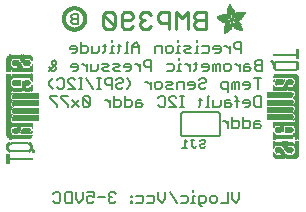
<source format=gbr>
G04 EAGLE Gerber RS-274X export*
G75*
%MOMM*%
%FSLAX34Y34*%
%LPD*%
%INSilkscreen Bottom*%
%IPPOS*%
%AMOC8*
5,1,8,0,0,1.08239X$1,22.5*%
G01*
%ADD10C,0.127000*%
%ADD11C,0.228600*%
%ADD12R,0.034300X0.003800*%
%ADD13R,0.057200X0.003800*%
%ADD14R,0.076200X0.003800*%
%ADD15R,0.091400X0.003800*%
%ADD16R,0.102900X0.003800*%
%ADD17R,0.114300X0.003900*%
%ADD18R,0.129500X0.003800*%
%ADD19R,0.137200X0.003800*%
%ADD20R,0.144800X0.003800*%
%ADD21R,0.152400X0.003800*%
%ADD22R,0.160000X0.003800*%
%ADD23R,0.171500X0.003800*%
%ADD24R,0.175300X0.003800*%
%ADD25R,0.182900X0.003800*%
%ADD26R,0.190500X0.003800*%
%ADD27R,0.194300X0.003900*%
%ADD28R,0.201900X0.003800*%
%ADD29R,0.209500X0.003800*%
%ADD30R,0.213400X0.003800*%
%ADD31R,0.221000X0.003800*%
%ADD32R,0.224800X0.003800*%
%ADD33R,0.232400X0.003800*%
%ADD34R,0.240000X0.003800*%
%ADD35R,0.243800X0.003800*%
%ADD36R,0.247600X0.003800*%
%ADD37R,0.255300X0.003900*%
%ADD38R,0.259100X0.003800*%
%ADD39R,0.262900X0.003800*%
%ADD40R,0.270500X0.003800*%
%ADD41R,0.274300X0.003800*%
%ADD42R,0.281900X0.003800*%
%ADD43R,0.285700X0.003800*%
%ADD44R,0.289500X0.003800*%
%ADD45R,0.297200X0.003800*%
%ADD46R,0.301000X0.003800*%
%ADD47R,0.304800X0.003900*%
%ADD48R,0.312400X0.003800*%
%ADD49R,0.316200X0.003800*%
%ADD50R,0.320000X0.003800*%
%ADD51R,0.327600X0.003800*%
%ADD52R,0.331500X0.003800*%
%ADD53R,0.339100X0.003800*%
%ADD54R,0.342900X0.003800*%
%ADD55R,0.346700X0.003800*%
%ADD56R,0.354300X0.003800*%
%ADD57R,0.358100X0.003900*%
%ADD58R,0.361900X0.003800*%
%ADD59R,0.369600X0.003800*%
%ADD60R,0.373400X0.003800*%
%ADD61R,0.377200X0.003800*%
%ADD62R,0.384800X0.003800*%
%ADD63R,0.388600X0.003800*%
%ADD64R,0.396200X0.003800*%
%ADD65R,0.400000X0.003800*%
%ADD66R,0.403800X0.003800*%
%ADD67R,0.411500X0.003900*%
%ADD68R,0.415300X0.003800*%
%ADD69R,0.419100X0.003800*%
%ADD70R,0.045700X0.003800*%
%ADD71R,0.426700X0.003800*%
%ADD72R,0.072400X0.003800*%
%ADD73R,0.430500X0.003800*%
%ADD74R,0.095300X0.003800*%
%ADD75R,0.438100X0.003800*%
%ADD76R,0.110500X0.003800*%
%ADD77R,0.441900X0.003800*%
%ADD78R,0.445800X0.003800*%
%ADD79R,0.144700X0.003800*%
%ADD80R,0.453400X0.003800*%
%ADD81R,0.457200X0.003800*%
%ADD82R,0.175300X0.003900*%
%ADD83R,0.461000X0.003900*%
%ADD84R,0.468600X0.003800*%
%ADD85R,0.205800X0.003800*%
%ADD86R,0.472400X0.003800*%
%ADD87R,0.217200X0.003800*%
%ADD88R,0.476200X0.003800*%
%ADD89R,0.483900X0.003800*%
%ADD90R,0.247700X0.003800*%
%ADD91R,0.487700X0.003800*%
%ADD92R,0.495300X0.003800*%
%ADD93R,0.499100X0.003800*%
%ADD94R,0.502900X0.003800*%
%ADD95R,0.510500X0.003800*%
%ADD96R,0.308600X0.003900*%
%ADD97R,0.514300X0.003900*%
%ADD98R,0.323800X0.003800*%
%ADD99R,0.518100X0.003800*%
%ADD100R,0.335300X0.003800*%
%ADD101R,0.525800X0.003800*%
%ADD102R,0.529600X0.003800*%
%ADD103R,0.358100X0.003800*%
%ADD104R,0.533400X0.003800*%
%ADD105R,0.537200X0.003800*%
%ADD106R,0.381000X0.003800*%
%ADD107R,0.544800X0.003800*%
%ADD108R,0.392400X0.003800*%
%ADD109R,0.548600X0.003800*%
%ADD110R,0.552400X0.003800*%
%ADD111R,0.556200X0.003800*%
%ADD112R,0.422900X0.003900*%
%ADD113R,0.560100X0.003900*%
%ADD114R,0.434300X0.003800*%
%ADD115R,0.563900X0.003800*%
%ADD116R,0.567700X0.003800*%
%ADD117R,0.461000X0.003800*%
%ADD118R,0.571500X0.003800*%
%ADD119R,0.575300X0.003800*%
%ADD120R,0.480100X0.003800*%
%ADD121R,0.579100X0.003800*%
%ADD122R,0.491500X0.003800*%
%ADD123R,0.582900X0.003800*%
%ADD124R,0.586700X0.003800*%
%ADD125R,0.510600X0.003800*%
%ADD126R,0.590500X0.003800*%
%ADD127R,0.522000X0.003800*%
%ADD128R,0.594300X0.003800*%
%ADD129R,0.533400X0.003900*%
%ADD130R,0.598200X0.003900*%
%ADD131R,0.541000X0.003800*%
%ADD132R,0.602000X0.003800*%
%ADD133R,0.552500X0.003800*%
%ADD134R,0.605800X0.003800*%
%ADD135R,0.560100X0.003800*%
%ADD136R,0.609600X0.003800*%
%ADD137R,0.613400X0.003800*%
%ADD138R,0.583000X0.003800*%
%ADD139R,0.617200X0.003800*%
%ADD140R,0.594400X0.003800*%
%ADD141R,0.621000X0.003800*%
%ADD142R,0.598200X0.003800*%
%ADD143R,0.624800X0.003800*%
%ADD144R,0.613500X0.003900*%
%ADD145R,0.628600X0.003900*%
%ADD146R,0.632400X0.003800*%
%ADD147R,0.628600X0.003800*%
%ADD148R,0.636300X0.003800*%
%ADD149R,0.640100X0.003800*%
%ADD150R,0.636200X0.003800*%
%ADD151R,0.643900X0.003800*%
%ADD152R,0.647700X0.003800*%
%ADD153R,0.651500X0.003800*%
%ADD154R,0.659100X0.003800*%
%ADD155R,0.659100X0.003900*%
%ADD156R,0.655300X0.003900*%
%ADD157R,0.662900X0.003800*%
%ADD158R,0.655300X0.003800*%
%ADD159R,0.670500X0.003800*%
%ADD160R,0.670600X0.003800*%
%ADD161R,0.674400X0.003800*%
%ADD162R,0.682000X0.003800*%
%ADD163R,0.666700X0.003800*%
%ADD164R,0.685800X0.003800*%
%ADD165R,0.689600X0.003800*%
%ADD166R,0.693400X0.003900*%
%ADD167R,0.674400X0.003900*%
%ADD168R,0.697200X0.003800*%
%ADD169R,0.678200X0.003800*%
%ADD170R,0.697300X0.003800*%
%ADD171R,0.701100X0.003800*%
%ADD172R,0.704900X0.003800*%
%ADD173R,0.708700X0.003800*%
%ADD174R,0.712500X0.003800*%
%ADD175R,0.716300X0.003800*%
%ADD176R,0.720100X0.003900*%
%ADD177R,0.689600X0.003900*%
%ADD178R,0.720000X0.003800*%
%ADD179R,0.693400X0.003800*%
%ADD180R,0.723900X0.003800*%
%ADD181R,0.727700X0.003800*%
%ADD182R,0.731500X0.003800*%
%ADD183R,0.701000X0.003800*%
%ADD184R,0.735300X0.003800*%
%ADD185R,0.731500X0.003900*%
%ADD186R,0.701000X0.003900*%
%ADD187R,0.704800X0.003800*%
%ADD188R,0.739100X0.003800*%
%ADD189R,0.743000X0.003800*%
%ADD190R,0.739200X0.003800*%
%ADD191R,0.743000X0.003900*%
%ADD192R,0.704800X0.003900*%
%ADD193R,0.746800X0.003800*%
%ADD194R,0.746800X0.003900*%
%ADD195R,0.742900X0.003800*%
%ADD196R,0.746700X0.003800*%
%ADD197R,0.746700X0.003900*%
%ADD198R,1.428800X0.003800*%
%ADD199R,1.424900X0.003800*%
%ADD200R,1.421100X0.003900*%
%ADD201R,1.421100X0.003800*%
%ADD202R,1.417300X0.003800*%
%ADD203R,1.413500X0.003800*%
%ADD204R,1.409700X0.003800*%
%ADD205R,1.405900X0.003800*%
%ADD206R,1.402100X0.003800*%
%ADD207R,1.398300X0.003800*%
%ADD208R,0.983000X0.003900*%
%ADD209R,0.384800X0.003900*%
%ADD210R,0.971600X0.003800*%
%ADD211R,0.963900X0.003800*%
%ADD212R,0.956300X0.003800*%
%ADD213R,0.365800X0.003800*%
%ADD214R,0.952500X0.003800*%
%ADD215R,0.941000X0.003800*%
%ADD216R,0.358200X0.003800*%
%ADD217R,0.937200X0.003800*%
%ADD218R,0.933400X0.003800*%
%ADD219R,0.354400X0.003800*%
%ADD220R,0.925800X0.003800*%
%ADD221R,0.350500X0.003800*%
%ADD222R,0.922000X0.003800*%
%ADD223R,0.918200X0.003900*%
%ADD224R,0.346700X0.003900*%
%ADD225R,0.910600X0.003800*%
%ADD226R,0.906800X0.003800*%
%ADD227R,0.903000X0.003800*%
%ADD228R,0.339000X0.003800*%
%ADD229R,0.895300X0.003800*%
%ADD230R,0.335200X0.003800*%
%ADD231R,0.887700X0.003800*%
%ADD232R,0.883900X0.003800*%
%ADD233R,0.331400X0.003800*%
%ADD234R,0.880100X0.003800*%
%ADD235R,0.876300X0.003800*%
%ADD236R,0.468600X0.003900*%
%ADD237R,0.396200X0.003900*%
%ADD238R,0.323800X0.003900*%
%ADD239R,0.449600X0.003800*%
%ADD240R,0.323900X0.003800*%
%ADD241R,0.442000X0.003800*%
%ADD242R,0.434400X0.003800*%
%ADD243R,0.320100X0.003800*%
%ADD244R,0.316300X0.003800*%
%ADD245R,0.426800X0.003800*%
%ADD246R,0.327700X0.003800*%
%ADD247R,0.312500X0.003800*%
%ADD248R,0.422900X0.003800*%
%ADD249R,0.308600X0.003800*%
%ADD250R,0.293400X0.003800*%
%ADD251R,0.304800X0.003800*%
%ADD252R,0.419100X0.003900*%
%ADD253R,0.285700X0.003900*%
%ADD254R,0.301000X0.003900*%
%ADD255R,0.411500X0.003800*%
%ADD256R,0.407700X0.003800*%
%ADD257R,0.289600X0.003800*%
%ADD258R,0.285800X0.003800*%
%ADD259R,0.403900X0.003800*%
%ADD260R,0.228600X0.003800*%
%ADD261R,0.403900X0.003900*%
%ADD262R,0.221000X0.003900*%
%ADD263R,0.278100X0.003900*%
%ADD264R,0.400100X0.003800*%
%ADD265R,0.209600X0.003800*%
%ADD266R,0.266700X0.003800*%
%ADD267R,0.038100X0.003800*%
%ADD268R,0.194300X0.003800*%
%ADD269R,0.148600X0.003800*%
%ADD270R,0.259000X0.003800*%
%ADD271R,0.182800X0.003800*%
%ADD272R,0.186700X0.003800*%
%ADD273R,0.251400X0.003800*%
%ADD274R,0.179100X0.003800*%
%ADD275R,0.236200X0.003800*%
%ADD276R,0.243900X0.003900*%
%ADD277R,0.282000X0.003900*%
%ADD278R,0.167700X0.003800*%
%ADD279R,0.236300X0.003800*%
%ADD280R,0.396300X0.003800*%
%ADD281R,0.163900X0.003800*%
%ADD282R,0.392500X0.003800*%
%ADD283R,0.160100X0.003800*%
%ADD284R,0.586800X0.003800*%
%ADD285R,0.148500X0.003800*%
%ADD286R,0.140900X0.003800*%
%ADD287R,0.392400X0.003900*%
%ADD288R,0.140900X0.003900*%
%ADD289R,0.647700X0.003900*%
%ADD290R,0.133300X0.003800*%
%ADD291R,0.674300X0.003800*%
%ADD292R,0.388700X0.003800*%
%ADD293R,0.125700X0.003800*%
%ADD294R,0.121900X0.003800*%
%ADD295R,0.720100X0.003800*%
%ADD296R,0.118100X0.003800*%
%ADD297R,0.118100X0.003900*%
%ADD298R,0.739100X0.003900*%
%ADD299R,0.114300X0.003800*%
%ADD300R,0.754400X0.003800*%
%ADD301R,0.765800X0.003800*%
%ADD302R,0.773400X0.003800*%
%ADD303R,0.784800X0.003800*%
%ADD304R,0.118200X0.003800*%
%ADD305R,0.792500X0.003800*%
%ADD306R,0.803900X0.003800*%
%ADD307R,0.122000X0.003800*%
%ADD308R,0.815400X0.003800*%
%ADD309R,0.125800X0.003800*%
%ADD310R,0.826800X0.003800*%
%ADD311R,0.369500X0.003900*%
%ADD312R,0.133400X0.003900*%
%ADD313R,0.842000X0.003900*%
%ADD314R,0.365700X0.003800*%
%ADD315R,1.009700X0.003800*%
%ADD316R,1.013500X0.003800*%
%ADD317R,0.362000X0.003800*%
%ADD318R,1.024900X0.003800*%
%ADD319R,1.028700X0.003800*%
%ADD320R,1.036300X0.003800*%
%ADD321R,1.047800X0.003800*%
%ADD322R,1.055400X0.003800*%
%ADD323R,1.070600X0.003800*%
%ADD324R,0.030500X0.003800*%
%ADD325R,1.436400X0.003800*%
%ADD326R,1.562100X0.003900*%
%ADD327R,1.588700X0.003800*%
%ADD328R,1.607800X0.003800*%
%ADD329R,1.626900X0.003800*%
%ADD330R,1.642100X0.003800*%
%ADD331R,1.657400X0.003800*%
%ADD332R,1.676400X0.003800*%
%ADD333R,1.687800X0.003800*%
%ADD334R,1.703000X0.003800*%
%ADD335R,1.714500X0.003800*%
%ADD336R,1.726000X0.003900*%
%ADD337R,1.741200X0.003800*%
%ADD338R,0.914400X0.003800*%
%ADD339R,0.769600X0.003800*%
%ADD340R,0.884000X0.003800*%
%ADD341R,0.712400X0.003800*%
%ADD342R,0.880100X0.003900*%
%ADD343R,0.887800X0.003800*%
%ADD344R,0.891600X0.003800*%
%ADD345R,0.895400X0.003800*%
%ADD346R,0.251500X0.003800*%
%ADD347R,0.579200X0.003900*%
%ADD348R,0.243900X0.003800*%
%ADD349R,0.556300X0.003800*%
%ADD350R,0.255200X0.003800*%
%ADD351R,0.529500X0.003800*%
%ADD352R,0.731600X0.003800*%
%ADD353R,0.525800X0.003900*%
%ADD354R,0.281900X0.003900*%
%ADD355R,0.735400X0.003900*%
%ADD356R,0.300900X0.003800*%
%ADD357R,0.762000X0.003800*%
%ADD358R,0.518200X0.003800*%
%ADD359R,0.350600X0.003800*%
%ADD360R,0.796300X0.003800*%
%ADD361R,0.807800X0.003800*%
%ADD362R,0.506700X0.003800*%
%ADD363R,0.849600X0.003800*%
%ADD364R,0.506700X0.003900*%
%ADD365R,1.371600X0.003900*%
%ADD366R,1.207800X0.003800*%
%ADD367R,0.503000X0.003800*%
%ADD368R,0.141000X0.003800*%
%ADD369R,1.203900X0.003800*%
%ADD370R,1.204000X0.003800*%
%ADD371R,1.200200X0.003800*%
%ADD372R,0.499100X0.003900*%
%ADD373R,0.156200X0.003900*%
%ADD374R,1.196400X0.003900*%
%ADD375R,1.196400X0.003800*%
%ADD376R,0.163800X0.003800*%
%ADD377R,0.167600X0.003800*%
%ADD378R,1.192500X0.003800*%
%ADD379R,0.499200X0.003800*%
%ADD380R,1.188700X0.003800*%
%ADD381R,0.506800X0.003800*%
%ADD382R,1.184900X0.003800*%
%ADD383R,0.510600X0.003900*%
%ADD384R,0.209600X0.003900*%
%ADD385R,1.181100X0.003900*%
%ADD386R,0.514400X0.003800*%
%ADD387R,1.181100X0.003800*%
%ADD388R,1.177300X0.003800*%
%ADD389R,0.240100X0.003800*%
%ADD390R,1.173500X0.003800*%
%ADD391R,1.169700X0.003800*%
%ADD392R,1.165900X0.003800*%
%ADD393R,1.162100X0.003800*%
%ADD394R,0.929700X0.003900*%
%ADD395R,1.162100X0.003900*%
%ADD396R,0.929700X0.003800*%
%ADD397R,1.154500X0.003800*%
%ADD398R,0.933500X0.003800*%
%ADD399R,1.150600X0.003800*%
%ADD400R,0.937300X0.003800*%
%ADD401R,1.146800X0.003800*%
%ADD402R,0.941100X0.003800*%
%ADD403R,1.139200X0.003800*%
%ADD404R,0.944900X0.003800*%
%ADD405R,1.135400X0.003800*%
%ADD406R,0.948700X0.003800*%
%ADD407R,1.127800X0.003800*%
%ADD408R,1.124000X0.003800*%
%ADD409R,1.116400X0.003800*%
%ADD410R,0.956300X0.003900*%
%ADD411R,1.104900X0.003900*%
%ADD412R,0.960100X0.003800*%
%ADD413R,1.093500X0.003800*%
%ADD414R,1.085900X0.003800*%
%ADD415R,0.967800X0.003800*%
%ADD416R,1.074500X0.003800*%
%ADD417R,1.063000X0.003800*%
%ADD418R,0.975400X0.003800*%
%ADD419R,1.036400X0.003800*%
%ADD420R,0.979200X0.003800*%
%ADD421R,1.021000X0.003800*%
%ADD422R,0.983000X0.003800*%
%ADD423R,1.009600X0.003800*%
%ADD424R,0.986800X0.003800*%
%ADD425R,0.998200X0.003800*%
%ADD426R,0.990600X0.003900*%
%ADD427R,0.986700X0.003900*%
%ADD428R,0.994400X0.003800*%
%ADD429R,0.975300X0.003800*%
%ADD430R,0.948600X0.003800*%
%ADD431R,1.002000X0.003800*%
%ADD432R,0.213300X0.003800*%
%ADD433R,0.217100X0.003800*%
%ADD434R,1.017300X0.003800*%
%ADD435R,0.666800X0.003800*%
%ADD436R,0.220900X0.003800*%
%ADD437R,1.028700X0.003900*%
%ADD438R,0.224700X0.003900*%
%ADD439R,1.032500X0.003800*%
%ADD440R,1.040100X0.003800*%
%ADD441R,1.043900X0.003800*%
%ADD442R,0.548700X0.003800*%
%ADD443R,1.051500X0.003800*%
%ADD444R,1.055300X0.003800*%
%ADD445R,1.059100X0.003800*%
%ADD446R,1.062900X0.003800*%
%ADD447R,0.255300X0.003800*%
%ADD448R,1.066800X0.003900*%
%ADD449R,0.259100X0.003900*%
%ADD450R,0.457200X0.003900*%
%ADD451R,0.423000X0.003800*%
%ADD452R,1.082100X0.003800*%
%ADD453R,0.274400X0.003800*%
%ADD454R,0.278200X0.003800*%
%ADD455R,1.101100X0.003800*%
%ADD456R,0.278100X0.003800*%
%ADD457R,0.876300X0.003900*%
%ADD458R,0.236200X0.003900*%
%ADD459R,0.289600X0.003900*%
%ADD460R,0.247700X0.003900*%
%ADD461R,0.049500X0.003800*%
%ADD462R,0.640100X0.003900*%
%ADD463R,0.659200X0.003800*%
%ADD464R,0.663000X0.003800*%
%ADD465R,0.872500X0.003900*%
%ADD466R,0.666800X0.003900*%
%ADD467R,0.872500X0.003800*%
%ADD468R,0.868700X0.003800*%
%ADD469R,0.864900X0.003800*%
%ADD470R,0.861100X0.003800*%
%ADD471R,0.857300X0.003800*%
%ADD472R,0.853400X0.003800*%
%ADD473R,0.845800X0.003800*%
%ADD474R,0.682000X0.003900*%
%ADD475R,0.842000X0.003800*%
%ADD476R,0.834400X0.003800*%
%ADD477R,0.823000X0.003800*%
%ADD478R,0.815300X0.003800*%
%ADD479R,0.811500X0.003800*%
%ADD480R,0.788700X0.003800*%
%ADD481R,0.777300X0.003900*%
%ADD482R,0.750600X0.003800*%
%ADD483R,0.735400X0.003800*%
%ADD484R,0.727800X0.003800*%
%ADD485R,0.628700X0.003800*%
%ADD486R,0.575400X0.003800*%
%ADD487R,0.670600X0.003900*%
%ADD488R,0.655400X0.003800*%
%ADD489R,0.651500X0.003900*%
%ADD490R,0.624800X0.003900*%
%ADD491R,0.594400X0.003900*%
%ADD492R,0.563900X0.003900*%
%ADD493R,0.541100X0.003800*%
%ADD494R,0.537300X0.003800*%
%ADD495R,0.525700X0.003800*%
%ADD496R,0.525700X0.003900*%
%ADD497R,0.514300X0.003800*%
%ADD498R,0.480100X0.003900*%
%ADD499R,0.464800X0.003800*%
%ADD500R,0.442000X0.003900*%
%ADD501R,0.438200X0.003800*%
%ADD502R,0.430600X0.003800*%
%ADD503R,0.407600X0.003800*%
%ADD504R,0.403800X0.003900*%
%ADD505R,0.365700X0.003900*%
%ADD506R,0.327700X0.003900*%
%ADD507R,0.243800X0.003900*%
%ADD508R,0.205800X0.003900*%
%ADD509R,0.198100X0.003800*%
%ADD510R,0.163800X0.003900*%
%ADD511R,0.137100X0.003800*%
%ADD512R,0.091500X0.003900*%
%ADD513R,0.060900X0.003800*%
%ADD514C,0.304800*%
%ADD515C,0.203200*%
%ADD516R,0.022863X0.462278*%
%ADD517R,0.022863X0.462281*%
%ADD518R,0.022863X0.436881*%
%ADD519R,0.023113X0.462278*%
%ADD520R,0.023113X0.462281*%
%ADD521R,0.023113X0.436881*%
%ADD522R,0.023116X0.462278*%
%ADD523R,0.023116X0.462281*%
%ADD524R,0.023116X0.436881*%
%ADD525R,0.023113X0.022863*%
%ADD526R,0.023116X0.091441*%
%ADD527R,0.023113X0.139700*%
%ADD528R,0.023116X0.185419*%
%ADD529R,0.023113X0.254000*%
%ADD530R,0.023113X0.299719*%
%ADD531R,0.023116X0.345438*%
%ADD532R,0.023113X0.391159*%
%ADD533R,0.023116X0.393700*%
%ADD534R,0.022863X0.325119*%
%ADD535R,0.022863X0.599438*%
%ADD536R,0.022863X0.622300*%
%ADD537R,0.022863X0.530859*%
%ADD538R,0.022863X0.439422*%
%ADD539R,0.022863X0.231138*%
%ADD540R,0.022863X0.071119*%
%ADD541R,0.022863X0.533400*%
%ADD542R,0.022863X0.208281*%
%ADD543R,0.023113X0.345441*%
%ADD544R,0.023113X0.576578*%
%ADD545R,0.023113X0.599438*%
%ADD546R,0.023113X0.508000*%
%ADD547R,0.023113X0.416563*%
%ADD548R,0.023113X0.208278*%
%ADD549R,0.023113X0.553722*%
%ADD550R,0.023113X0.208281*%
%ADD551R,0.023116X0.345441*%
%ADD552R,0.023116X0.530859*%
%ADD553R,0.023116X0.370841*%
%ADD554R,0.023116X0.162559*%
%ADD555R,0.023116X0.576581*%
%ADD556R,0.023116X0.208281*%
%ADD557R,0.023113X0.322578*%
%ADD558R,0.023113X0.485137*%
%ADD559R,0.023113X0.416559*%
%ADD560R,0.023113X0.347981*%
%ADD561R,0.023113X0.116838*%
%ADD562R,0.023113X0.647700*%
%ADD563R,0.023116X0.322581*%
%ADD564R,0.023116X0.485137*%
%ADD565R,0.023116X0.093978*%
%ADD566R,0.023116X0.231141*%
%ADD567R,0.023116X0.693419*%
%ADD568R,0.023113X0.322581*%
%ADD569R,0.023113X0.439419*%
%ADD570R,0.023113X0.370841*%
%ADD571R,0.023113X0.299722*%
%ADD572R,0.023113X0.045719*%
%ADD573R,0.023113X0.739138*%
%ADD574R,0.023113X0.414019*%
%ADD575R,0.023113X0.347978*%
%ADD576R,0.023113X0.762000*%
%ADD577R,0.023116X0.414019*%
%ADD578R,0.023116X0.182881*%
%ADD579R,0.023116X0.347978*%
%ADD580R,0.023116X0.276863*%
%ADD581R,0.023116X0.116841*%
%ADD582R,0.023116X0.276859*%
%ADD583R,0.023116X0.784863*%
%ADD584R,0.023113X0.325119*%
%ADD585R,0.023113X0.276863*%
%ADD586R,0.023113X0.276859*%
%ADD587R,0.023116X0.325119*%
%ADD588R,0.023116X0.391159*%
%ADD589R,0.023116X0.302259*%
%ADD590R,0.023116X0.254000*%
%ADD591R,0.023113X0.302259*%
%ADD592R,0.023113X0.393700*%
%ADD593R,0.023113X0.231141*%
%ADD594R,0.022863X0.302259*%
%ADD595R,0.022863X0.439419*%
%ADD596R,0.022863X0.368300*%
%ADD597R,0.022863X0.391159*%
%ADD598R,0.022863X0.416559*%
%ADD599R,0.022863X0.276863*%
%ADD600R,0.022863X0.205741*%
%ADD601R,0.023113X0.368300*%
%ADD602R,0.023113X0.205741*%
%ADD603R,0.023116X0.368300*%
%ADD604R,0.023116X0.205741*%
%ADD605R,0.023113X0.182881*%
%ADD606R,0.022863X0.276859*%
%ADD607R,0.022863X0.182881*%
%ADD608R,0.023113X0.924559*%
%ADD609R,0.023116X0.924559*%
%ADD610R,0.023113X0.901700*%
%ADD611R,0.023116X0.901700*%
%ADD612R,0.023113X0.878841*%
%ADD613R,0.023116X0.855981*%
%ADD614R,0.023113X0.833119*%
%ADD615R,0.022863X0.787400*%
%ADD616R,0.022863X0.414019*%
%ADD617R,0.022863X0.924559*%
%ADD618R,0.023113X0.739141*%
%ADD619R,0.023116X0.716281*%
%ADD620R,0.023116X0.299722*%
%ADD621R,0.023113X0.670559*%
%ADD622R,0.023116X0.647700*%
%ADD623R,0.023116X0.508000*%
%ADD624R,0.023116X0.299719*%
%ADD625R,0.023113X0.601981*%
%ADD626R,0.023113X0.530859*%
%ADD627R,0.023113X0.231138*%
%ADD628R,0.023113X0.556259*%
%ADD629R,0.023113X0.185419*%
%ADD630R,0.023116X0.533400*%
%ADD631R,0.023116X0.599438*%
%ADD632R,0.023116X0.416563*%
%ADD633R,0.023116X0.116838*%
%ADD634R,0.023113X0.485141*%
%ADD635R,0.023113X0.645159*%
%ADD636R,0.023113X0.716278*%
%ADD637R,0.022863X0.393700*%
%ADD638R,0.022863X0.762000*%
%ADD639R,0.022863X0.624841*%
%ADD640R,0.023113X0.784859*%
%ADD641R,0.023113X0.693422*%
%ADD642R,0.023116X0.830578*%
%ADD643R,0.023116X0.739141*%
%ADD644R,0.023113X0.876300*%
%ADD645R,0.023113X0.807722*%
%ADD646R,0.023116X0.899159*%
%ADD647R,0.023116X0.878841*%
%ADD648R,0.023113X0.922019*%
%ADD649R,0.023113X0.947419*%
%ADD650R,0.023116X0.970278*%
%ADD651R,0.023113X0.970278*%
%ADD652R,0.023116X0.439419*%
%ADD653R,0.022863X0.299722*%
%ADD654R,0.023116X0.416559*%
%ADD655R,0.023116X0.347981*%
%ADD656R,0.023113X0.137159*%
%ADD657R,0.023113X0.093978*%
%ADD658R,0.023113X0.091441*%
%ADD659R,0.023113X0.093981*%
%ADD660R,0.023113X0.114300*%
%ADD661R,0.023116X0.045719*%
%ADD662R,0.023116X0.045722*%
%ADD663R,0.023113X0.071119*%
%ADD664R,0.023113X0.116841*%
%ADD665R,0.023116X0.139700*%
%ADD666R,0.022863X0.322581*%
%ADD667R,0.022863X0.345441*%
%ADD668R,0.022863X0.162559*%
%ADD669R,0.022863X0.576581*%
%ADD670R,0.023113X0.668019*%
%ADD671R,0.023113X0.533400*%
%ADD672R,0.023116X1.455419*%
%ADD673R,0.023116X5.519419*%
%ADD674R,0.023113X1.455419*%
%ADD675R,0.023113X5.519419*%
%ADD676R,0.023116X5.494019*%
%ADD677R,0.023113X1.430019*%
%ADD678R,0.023113X5.494019*%
%ADD679R,0.023116X1.430019*%
%ADD680R,0.023116X5.471159*%
%ADD681R,0.023116X0.762000*%
%ADD682R,0.023113X1.407159*%
%ADD683R,0.023113X5.471159*%
%ADD684R,0.022863X1.384300*%
%ADD685R,0.022863X5.448300*%
%ADD686R,0.022863X0.716278*%
%ADD687R,0.022863X0.878841*%
%ADD688R,0.023113X1.361438*%
%ADD689R,0.023113X5.425438*%
%ADD690R,0.023116X1.338578*%
%ADD691R,0.023116X5.402578*%
%ADD692R,0.023116X0.624841*%
%ADD693R,0.023113X1.292859*%
%ADD694R,0.023113X5.356859*%
%ADD695R,0.023116X1.224278*%
%ADD696R,0.023116X5.288278*%
%ADD697C,0.152400*%


D10*
X201697Y131445D02*
X201697Y140343D01*
X197248Y140343D01*
X195765Y138860D01*
X195765Y135894D01*
X197248Y134411D01*
X201697Y134411D01*
X192342Y131445D02*
X192342Y137377D01*
X192342Y134411D02*
X189376Y137377D01*
X187893Y137377D01*
X183063Y131445D02*
X180097Y131445D01*
X183063Y131445D02*
X184546Y132928D01*
X184546Y135894D01*
X183063Y137377D01*
X180097Y137377D01*
X178614Y135894D01*
X178614Y134411D01*
X184546Y134411D01*
X173708Y137377D02*
X169259Y137377D01*
X173708Y137377D02*
X175191Y135894D01*
X175191Y132928D01*
X173708Y131445D01*
X169259Y131445D01*
X165835Y137377D02*
X164353Y137377D01*
X164353Y131445D01*
X165835Y131445D02*
X162870Y131445D01*
X164353Y140343D02*
X164353Y141826D01*
X159599Y131445D02*
X155150Y131445D01*
X153667Y132928D01*
X155150Y134411D01*
X158116Y134411D01*
X159599Y135894D01*
X158116Y137377D01*
X153667Y137377D01*
X150243Y137377D02*
X148761Y137377D01*
X148761Y131445D01*
X150243Y131445D02*
X147278Y131445D01*
X148761Y140343D02*
X148761Y141826D01*
X142524Y131445D02*
X139558Y131445D01*
X138075Y132928D01*
X138075Y135894D01*
X139558Y137377D01*
X142524Y137377D01*
X144007Y135894D01*
X144007Y132928D01*
X142524Y131445D01*
X134652Y131445D02*
X134652Y137377D01*
X130203Y137377D01*
X128720Y135894D01*
X128720Y131445D01*
X115941Y131445D02*
X115941Y137377D01*
X112975Y140343D01*
X110009Y137377D01*
X110009Y131445D01*
X110009Y135894D02*
X115941Y135894D01*
X106586Y140343D02*
X105103Y140343D01*
X105103Y131445D01*
X106586Y131445D02*
X103620Y131445D01*
X98866Y132928D02*
X98866Y138860D01*
X98866Y132928D02*
X97383Y131445D01*
X97383Y137377D02*
X100349Y137377D01*
X94112Y137377D02*
X92629Y137377D01*
X92629Y131445D01*
X91147Y131445D02*
X94112Y131445D01*
X92629Y140343D02*
X92629Y141826D01*
X86393Y138860D02*
X86393Y132928D01*
X84910Y131445D01*
X84910Y137377D02*
X87876Y137377D01*
X81639Y137377D02*
X81639Y132928D01*
X80156Y131445D01*
X75707Y131445D01*
X75707Y137377D01*
X66352Y140343D02*
X66352Y131445D01*
X70801Y131445D01*
X72284Y132928D01*
X72284Y135894D01*
X70801Y137377D01*
X66352Y137377D01*
X61446Y131445D02*
X58480Y131445D01*
X61446Y131445D02*
X62928Y132928D01*
X62928Y135894D01*
X61446Y137377D01*
X58480Y137377D01*
X56997Y135894D01*
X56997Y134411D01*
X62928Y134411D01*
X219628Y125103D02*
X219628Y116205D01*
X219628Y125103D02*
X215179Y125103D01*
X213696Y123620D01*
X213696Y122137D01*
X215179Y120654D01*
X213696Y119171D01*
X213696Y117688D01*
X215179Y116205D01*
X219628Y116205D01*
X219628Y120654D02*
X215179Y120654D01*
X208790Y122137D02*
X205824Y122137D01*
X204341Y120654D01*
X204341Y116205D01*
X208790Y116205D01*
X210273Y117688D01*
X208790Y119171D01*
X204341Y119171D01*
X200917Y116205D02*
X200917Y122137D01*
X197952Y122137D02*
X200917Y119171D01*
X197952Y122137D02*
X196469Y122137D01*
X191639Y116205D02*
X188673Y116205D01*
X187190Y117688D01*
X187190Y120654D01*
X188673Y122137D01*
X191639Y122137D01*
X193121Y120654D01*
X193121Y117688D01*
X191639Y116205D01*
X183766Y116205D02*
X183766Y122137D01*
X182283Y122137D01*
X180800Y120654D01*
X180800Y116205D01*
X180800Y120654D02*
X179317Y122137D01*
X177835Y120654D01*
X177835Y116205D01*
X172928Y116205D02*
X169962Y116205D01*
X172928Y116205D02*
X174411Y117688D01*
X174411Y120654D01*
X172928Y122137D01*
X169962Y122137D01*
X168479Y120654D01*
X168479Y119171D01*
X174411Y119171D01*
X163573Y117688D02*
X163573Y123620D01*
X163573Y117688D02*
X162090Y116205D01*
X162090Y122137D02*
X165056Y122137D01*
X158819Y122137D02*
X158819Y116205D01*
X158819Y119171D02*
X155853Y122137D01*
X154370Y122137D01*
X151023Y122137D02*
X149540Y122137D01*
X149540Y116205D01*
X151023Y116205D02*
X148057Y116205D01*
X149540Y125103D02*
X149540Y126586D01*
X143303Y122137D02*
X138855Y122137D01*
X143303Y122137D02*
X144786Y120654D01*
X144786Y117688D01*
X143303Y116205D01*
X138855Y116205D01*
X126076Y116205D02*
X126076Y125103D01*
X121627Y125103D01*
X120144Y123620D01*
X120144Y120654D01*
X121627Y119171D01*
X126076Y119171D01*
X116721Y116205D02*
X116721Y122137D01*
X116721Y119171D02*
X113755Y122137D01*
X112272Y122137D01*
X107442Y116205D02*
X104476Y116205D01*
X107442Y116205D02*
X108925Y117688D01*
X108925Y120654D01*
X107442Y122137D01*
X104476Y122137D01*
X102993Y120654D01*
X102993Y119171D01*
X108925Y119171D01*
X99570Y116205D02*
X95121Y116205D01*
X93638Y117688D01*
X95121Y119171D01*
X98087Y119171D01*
X99570Y120654D01*
X98087Y122137D01*
X93638Y122137D01*
X90214Y116205D02*
X85766Y116205D01*
X84283Y117688D01*
X85766Y119171D01*
X88732Y119171D01*
X90214Y120654D01*
X88732Y122137D01*
X84283Y122137D01*
X80859Y122137D02*
X80859Y117688D01*
X79376Y116205D01*
X74928Y116205D01*
X74928Y122137D01*
X71504Y122137D02*
X71504Y116205D01*
X71504Y119171D02*
X68538Y122137D01*
X67055Y122137D01*
X62225Y116205D02*
X59259Y116205D01*
X62225Y116205D02*
X63708Y117688D01*
X63708Y120654D01*
X62225Y122137D01*
X59259Y122137D01*
X57776Y120654D01*
X57776Y119171D01*
X63708Y119171D01*
X42032Y116205D02*
X39066Y119171D01*
X42032Y116205D02*
X43515Y116205D01*
X44998Y117688D01*
X44998Y119171D01*
X42032Y122137D01*
X42032Y123620D01*
X43515Y125103D01*
X44998Y123620D01*
X44998Y122137D01*
X39066Y116205D01*
X215882Y109863D02*
X215882Y100965D01*
X218848Y109863D02*
X212916Y109863D01*
X208010Y100965D02*
X205044Y100965D01*
X208010Y100965D02*
X209493Y102448D01*
X209493Y105414D01*
X208010Y106897D01*
X205044Y106897D01*
X203561Y105414D01*
X203561Y103931D01*
X209493Y103931D01*
X200138Y100965D02*
X200138Y106897D01*
X198655Y106897D01*
X197172Y105414D01*
X197172Y100965D01*
X197172Y105414D02*
X195689Y106897D01*
X194206Y105414D01*
X194206Y100965D01*
X190783Y97999D02*
X190783Y106897D01*
X186334Y106897D01*
X184851Y105414D01*
X184851Y102448D01*
X186334Y100965D01*
X190783Y100965D01*
X167623Y109863D02*
X166141Y108380D01*
X167623Y109863D02*
X170589Y109863D01*
X172072Y108380D01*
X172072Y106897D01*
X170589Y105414D01*
X167623Y105414D01*
X166141Y103931D01*
X166141Y102448D01*
X167623Y100965D01*
X170589Y100965D01*
X172072Y102448D01*
X161234Y100965D02*
X158268Y100965D01*
X161234Y100965D02*
X162717Y102448D01*
X162717Y105414D01*
X161234Y106897D01*
X158268Y106897D01*
X156785Y105414D01*
X156785Y103931D01*
X162717Y103931D01*
X153362Y100965D02*
X153362Y106897D01*
X148913Y106897D01*
X147430Y105414D01*
X147430Y100965D01*
X144007Y100965D02*
X139558Y100965D01*
X138075Y102448D01*
X139558Y103931D01*
X142524Y103931D01*
X144007Y105414D01*
X142524Y106897D01*
X138075Y106897D01*
X133169Y100965D02*
X130203Y100965D01*
X128720Y102448D01*
X128720Y105414D01*
X130203Y106897D01*
X133169Y106897D01*
X134651Y105414D01*
X134651Y102448D01*
X133169Y100965D01*
X125296Y100965D02*
X125296Y106897D01*
X125296Y103931D02*
X122330Y106897D01*
X120848Y106897D01*
X108145Y103931D02*
X105179Y100965D01*
X108145Y103931D02*
X108145Y106897D01*
X105179Y109863D01*
X97460Y109863D02*
X95977Y108380D01*
X97460Y109863D02*
X100425Y109863D01*
X101908Y108380D01*
X101908Y106897D01*
X100425Y105414D01*
X97460Y105414D01*
X95977Y103931D01*
X95977Y102448D01*
X97460Y100965D01*
X100425Y100965D01*
X101908Y102448D01*
X92553Y100965D02*
X92553Y109863D01*
X88104Y109863D01*
X86621Y108380D01*
X86621Y105414D01*
X88104Y103931D01*
X92553Y103931D01*
X83198Y100965D02*
X80232Y100965D01*
X81715Y100965D02*
X81715Y109863D01*
X83198Y109863D02*
X80232Y109863D01*
X71029Y109863D02*
X76961Y100965D01*
X67606Y100965D02*
X64640Y100965D01*
X66123Y100965D02*
X66123Y109863D01*
X67606Y109863D02*
X64640Y109863D01*
X61369Y100965D02*
X55438Y100965D01*
X61369Y100965D02*
X55438Y106897D01*
X55438Y108380D01*
X56920Y109863D01*
X59886Y109863D01*
X61369Y108380D01*
X47565Y109863D02*
X46082Y108380D01*
X47565Y109863D02*
X50531Y109863D01*
X52014Y108380D01*
X52014Y102448D01*
X50531Y100965D01*
X47565Y100965D01*
X46082Y102448D01*
X42659Y100965D02*
X39693Y103931D01*
X39693Y106897D01*
X42659Y109863D01*
X218848Y94623D02*
X218848Y85725D01*
X214399Y85725D01*
X212916Y87208D01*
X212916Y93140D01*
X214399Y94623D01*
X218848Y94623D01*
X208010Y85725D02*
X205044Y85725D01*
X208010Y85725D02*
X209493Y87208D01*
X209493Y90174D01*
X208010Y91657D01*
X205044Y91657D01*
X203561Y90174D01*
X203561Y88691D01*
X209493Y88691D01*
X198655Y85725D02*
X198655Y93140D01*
X197172Y94623D01*
X197172Y90174D02*
X200138Y90174D01*
X192418Y91657D02*
X189452Y91657D01*
X187969Y90174D01*
X187969Y85725D01*
X192418Y85725D01*
X193901Y87208D01*
X192418Y88691D01*
X187969Y88691D01*
X184546Y87208D02*
X184546Y91657D01*
X184546Y87208D02*
X183063Y85725D01*
X178614Y85725D01*
X178614Y91657D01*
X175191Y94623D02*
X173708Y94623D01*
X173708Y85725D01*
X175191Y85725D02*
X172225Y85725D01*
X167471Y87208D02*
X167471Y93140D01*
X167471Y87208D02*
X165988Y85725D01*
X165988Y91657D02*
X168954Y91657D01*
X153362Y85725D02*
X150396Y85725D01*
X151879Y85725D02*
X151879Y94623D01*
X153362Y94623D02*
X150396Y94623D01*
X147125Y85725D02*
X141193Y85725D01*
X147125Y85725D02*
X141193Y91657D01*
X141193Y93140D01*
X142676Y94623D01*
X145642Y94623D01*
X147125Y93140D01*
X133321Y94623D02*
X131838Y93140D01*
X133321Y94623D02*
X136287Y94623D01*
X137770Y93140D01*
X137770Y87208D01*
X136287Y85725D01*
X133321Y85725D01*
X131838Y87208D01*
X117577Y91657D02*
X114611Y91657D01*
X113128Y90174D01*
X113128Y85725D01*
X117577Y85725D01*
X119060Y87208D01*
X117577Y88691D01*
X113128Y88691D01*
X103773Y85725D02*
X103773Y94623D01*
X103773Y85725D02*
X108221Y85725D01*
X109704Y87208D01*
X109704Y90174D01*
X108221Y91657D01*
X103773Y91657D01*
X94417Y94623D02*
X94417Y85725D01*
X98866Y85725D01*
X100349Y87208D01*
X100349Y90174D01*
X98866Y91657D01*
X94417Y91657D01*
X90994Y91657D02*
X90994Y85725D01*
X90994Y88691D02*
X88028Y91657D01*
X86545Y91657D01*
X73843Y93140D02*
X73843Y87208D01*
X73843Y93140D02*
X72360Y94623D01*
X69394Y94623D01*
X67911Y93140D01*
X67911Y87208D01*
X69394Y85725D01*
X72360Y85725D01*
X73843Y87208D01*
X67911Y93140D01*
X64488Y91657D02*
X58556Y85725D01*
X64488Y85725D02*
X58556Y91657D01*
X55132Y94623D02*
X49201Y94623D01*
X49201Y93140D01*
X55132Y87208D01*
X55132Y85725D01*
X45777Y94623D02*
X39846Y94623D01*
X39846Y93140D01*
X45777Y87208D01*
X45777Y85725D01*
D11*
X172165Y151511D02*
X172165Y166001D01*
X164920Y166001D01*
X162505Y163586D01*
X162505Y161171D01*
X164920Y158756D01*
X162505Y156341D01*
X162505Y153926D01*
X164920Y151511D01*
X172165Y151511D01*
X172165Y158756D02*
X164920Y158756D01*
X156729Y151511D02*
X156729Y166001D01*
X151899Y161171D01*
X147069Y166001D01*
X147069Y151511D01*
X141293Y151511D02*
X141293Y166001D01*
X134048Y166001D01*
X131633Y163586D01*
X131633Y158756D01*
X134048Y156341D01*
X141293Y156341D01*
X125857Y163586D02*
X123442Y166001D01*
X118612Y166001D01*
X116197Y163586D01*
X116197Y161171D01*
X118612Y158756D01*
X121027Y158756D01*
X118612Y158756D02*
X116197Y156341D01*
X116197Y153926D01*
X118612Y151511D01*
X123442Y151511D01*
X125857Y153926D01*
X110421Y153926D02*
X108006Y151511D01*
X103176Y151511D01*
X100761Y153926D01*
X100761Y163586D01*
X103176Y166001D01*
X108006Y166001D01*
X110421Y163586D01*
X110421Y161171D01*
X108006Y158756D01*
X100761Y158756D01*
X94985Y153926D02*
X94985Y163586D01*
X92570Y166001D01*
X87740Y166001D01*
X85325Y163586D01*
X85325Y153926D01*
X87740Y151511D01*
X92570Y151511D01*
X94985Y153926D01*
X85325Y163586D01*
D10*
X200314Y13343D02*
X200314Y7411D01*
X197348Y4445D01*
X194382Y7411D01*
X194382Y13343D01*
X190959Y13343D02*
X190959Y4445D01*
X185027Y4445D01*
X180120Y4445D02*
X177155Y4445D01*
X175672Y5928D01*
X175672Y8894D01*
X177155Y10377D01*
X180120Y10377D01*
X181603Y8894D01*
X181603Y5928D01*
X180120Y4445D01*
X169282Y1479D02*
X167799Y1479D01*
X166316Y2962D01*
X166316Y10377D01*
X170765Y10377D01*
X172248Y8894D01*
X172248Y5928D01*
X170765Y4445D01*
X166316Y4445D01*
X162893Y10377D02*
X161410Y10377D01*
X161410Y4445D01*
X162893Y4445D02*
X159927Y4445D01*
X161410Y13343D02*
X161410Y14826D01*
X155173Y10377D02*
X150725Y10377D01*
X155173Y10377D02*
X156656Y8894D01*
X156656Y5928D01*
X155173Y4445D01*
X150725Y4445D01*
X147301Y4445D02*
X141369Y13343D01*
X137946Y13343D02*
X137946Y7411D01*
X134980Y4445D01*
X132014Y7411D01*
X132014Y13343D01*
X127108Y10377D02*
X122659Y10377D01*
X127108Y10377D02*
X128591Y8894D01*
X128591Y5928D01*
X127108Y4445D01*
X122659Y4445D01*
X117753Y10377D02*
X113304Y10377D01*
X117753Y10377D02*
X119235Y8894D01*
X119235Y5928D01*
X117753Y4445D01*
X113304Y4445D01*
X109880Y10377D02*
X108397Y10377D01*
X108397Y8894D01*
X109880Y8894D01*
X109880Y10377D01*
X109880Y5928D02*
X108397Y5928D01*
X108397Y4445D01*
X109880Y4445D01*
X109880Y5928D01*
X95848Y11860D02*
X94365Y13343D01*
X91399Y13343D01*
X89916Y11860D01*
X89916Y10377D01*
X91399Y8894D01*
X92882Y8894D01*
X91399Y8894D02*
X89916Y7411D01*
X89916Y5928D01*
X91399Y4445D01*
X94365Y4445D01*
X95848Y5928D01*
X86492Y8894D02*
X80561Y8894D01*
X77137Y13343D02*
X71205Y13343D01*
X77137Y13343D02*
X77137Y8894D01*
X74171Y10377D01*
X72688Y10377D01*
X71205Y8894D01*
X71205Y5928D01*
X72688Y4445D01*
X75654Y4445D01*
X77137Y5928D01*
X67782Y7411D02*
X67782Y13343D01*
X67782Y7411D02*
X64816Y4445D01*
X61850Y7411D01*
X61850Y13343D01*
X58427Y13343D02*
X58427Y4445D01*
X53978Y4445D01*
X52495Y5928D01*
X52495Y11860D01*
X53978Y13343D01*
X58427Y13343D01*
X44623Y13343D02*
X43140Y11860D01*
X44623Y13343D02*
X47589Y13343D01*
X49072Y11860D01*
X49072Y5928D01*
X47589Y4445D01*
X44623Y4445D01*
X43140Y5928D01*
X214777Y73877D02*
X217743Y73877D01*
X214777Y73877D02*
X213294Y72394D01*
X213294Y67945D01*
X217743Y67945D01*
X219226Y69428D01*
X217743Y70911D01*
X213294Y70911D01*
X203939Y67945D02*
X203939Y76843D01*
X203939Y67945D02*
X208388Y67945D01*
X209871Y69428D01*
X209871Y72394D01*
X208388Y73877D01*
X203939Y73877D01*
X194584Y76843D02*
X194584Y67945D01*
X199033Y67945D01*
X200515Y69428D01*
X200515Y72394D01*
X199033Y73877D01*
X194584Y73877D01*
X191160Y73877D02*
X191160Y67945D01*
X191160Y70911D02*
X188194Y73877D01*
X186711Y73877D01*
D12*
X188672Y147320D03*
D13*
X188671Y147358D03*
D14*
X188690Y147396D03*
D15*
X188690Y147434D03*
D16*
X188672Y147472D03*
D17*
X188691Y147511D03*
D18*
X188691Y147549D03*
D19*
X188690Y147587D03*
D20*
X188690Y147625D03*
D21*
X188728Y147663D03*
D22*
X188728Y147701D03*
D23*
X188748Y147739D03*
D24*
X188767Y147777D03*
D25*
X188767Y147815D03*
D26*
X188805Y147853D03*
D27*
X188824Y147892D03*
D28*
X188824Y147930D03*
D29*
X188862Y147968D03*
D30*
X188881Y148006D03*
D31*
X188919Y148044D03*
D32*
X188938Y148082D03*
D33*
X188938Y148120D03*
D34*
X188976Y148158D03*
D35*
X188995Y148196D03*
D36*
X189014Y148234D03*
D37*
X189053Y148273D03*
D38*
X189072Y148311D03*
D39*
X189091Y148349D03*
D40*
X189129Y148387D03*
D41*
X189148Y148425D03*
D42*
X189186Y148463D03*
D43*
X189205Y148501D03*
D44*
X189224Y148539D03*
D45*
X189262Y148577D03*
D46*
X189281Y148615D03*
D47*
X189300Y148654D03*
D48*
X189338Y148692D03*
D49*
X189357Y148730D03*
D50*
X189376Y148768D03*
D51*
X189414Y148806D03*
D52*
X189434Y148844D03*
D53*
X189472Y148882D03*
D54*
X189491Y148920D03*
D55*
X189510Y148958D03*
D56*
X189548Y148996D03*
D57*
X189567Y149035D03*
D58*
X189586Y149073D03*
D59*
X189624Y149111D03*
D60*
X189643Y149149D03*
D61*
X189662Y149187D03*
D62*
X189700Y149225D03*
D63*
X189719Y149263D03*
D64*
X189757Y149301D03*
D65*
X189776Y149339D03*
D66*
X189795Y149377D03*
D67*
X189834Y149416D03*
D68*
X189853Y149454D03*
D69*
X189872Y149492D03*
D70*
X202635Y149530D03*
D71*
X189910Y149530D03*
D72*
X202616Y149568D03*
D73*
X189929Y149568D03*
D74*
X202578Y149606D03*
D75*
X189967Y149606D03*
D76*
X202540Y149644D03*
D77*
X189986Y149644D03*
D18*
X202521Y149682D03*
D78*
X190005Y149682D03*
D79*
X202483Y149720D03*
D80*
X190043Y149720D03*
D22*
X202444Y149758D03*
D81*
X190062Y149758D03*
D82*
X202407Y149797D03*
D83*
X190081Y149797D03*
D26*
X202369Y149835D03*
D84*
X190119Y149835D03*
D85*
X202330Y149873D03*
D86*
X190138Y149873D03*
D87*
X202273Y149911D03*
D88*
X190157Y149911D03*
D33*
X202235Y149949D03*
D89*
X190196Y149949D03*
D90*
X202197Y149987D03*
D91*
X190215Y149987D03*
D38*
X202140Y150025D03*
D92*
X190253Y150025D03*
D41*
X202102Y150063D03*
D93*
X190272Y150063D03*
D43*
X202045Y150101D03*
D94*
X190291Y150101D03*
D45*
X201987Y150139D03*
D95*
X190329Y150139D03*
D96*
X201930Y150178D03*
D97*
X190348Y150178D03*
D98*
X201892Y150216D03*
D99*
X190367Y150216D03*
D100*
X201835Y150254D03*
D101*
X190405Y150254D03*
D55*
X201778Y150292D03*
D102*
X190424Y150292D03*
D103*
X201721Y150330D03*
D104*
X190443Y150330D03*
D59*
X201663Y150368D03*
D105*
X190462Y150368D03*
D106*
X201606Y150406D03*
D107*
X190500Y150406D03*
D108*
X201549Y150444D03*
D109*
X190519Y150444D03*
D66*
X201492Y150482D03*
D110*
X190538Y150482D03*
D68*
X201435Y150520D03*
D111*
X190557Y150520D03*
D112*
X201359Y150559D03*
D113*
X190577Y150559D03*
D114*
X201302Y150597D03*
D115*
X190596Y150597D03*
D78*
X201244Y150635D03*
D116*
X190615Y150635D03*
D117*
X201168Y150673D03*
D118*
X190634Y150673D03*
D86*
X201111Y150711D03*
D119*
X190653Y150711D03*
D120*
X201035Y150749D03*
D121*
X190672Y150749D03*
D122*
X200978Y150787D03*
D123*
X190691Y150787D03*
D94*
X200921Y150825D03*
D124*
X190710Y150825D03*
D125*
X200844Y150863D03*
D126*
X190729Y150863D03*
D127*
X200787Y150901D03*
D128*
X190748Y150901D03*
D129*
X200730Y150940D03*
D130*
X190767Y150940D03*
D131*
X200654Y150978D03*
D132*
X190786Y150978D03*
D133*
X200597Y151016D03*
D134*
X190805Y151016D03*
D135*
X200559Y151054D03*
D134*
X190805Y151054D03*
D118*
X200502Y151092D03*
D136*
X190824Y151092D03*
D119*
X200445Y151130D03*
D137*
X190843Y151130D03*
D138*
X200406Y151168D03*
D139*
X190862Y151168D03*
D140*
X200349Y151206D03*
D141*
X190881Y151206D03*
D142*
X200292Y151244D03*
D141*
X190881Y151244D03*
D134*
X200254Y151282D03*
D143*
X190900Y151282D03*
D144*
X200216Y151321D03*
D145*
X190919Y151321D03*
D137*
X200177Y151359D03*
D146*
X190938Y151359D03*
D141*
X200139Y151397D03*
D146*
X190938Y151397D03*
D147*
X200101Y151435D03*
D148*
X190958Y151435D03*
D146*
X200044Y151473D03*
D149*
X190977Y151473D03*
D150*
X200025Y151511D03*
D151*
X190996Y151511D03*
X199987Y151549D03*
X190996Y151549D03*
D152*
X199930Y151587D03*
X191015Y151587D03*
D153*
X199911Y151625D03*
X191034Y151625D03*
D154*
X199873Y151663D03*
D153*
X191034Y151663D03*
D155*
X199835Y151702D03*
D156*
X191053Y151702D03*
D157*
X199816Y151740D03*
D158*
X191053Y151740D03*
D159*
X199778Y151778D03*
D154*
X191072Y151778D03*
D160*
X199739Y151816D03*
D157*
X191091Y151816D03*
D161*
X199720Y151854D03*
D157*
X191091Y151854D03*
D162*
X199682Y151892D03*
D163*
X191110Y151892D03*
D162*
X199644Y151930D03*
D163*
X191110Y151930D03*
D164*
X199625Y151968D03*
D159*
X191129Y151968D03*
D165*
X199606Y152006D03*
D159*
X191129Y152006D03*
D165*
X199568Y152044D03*
D161*
X191148Y152044D03*
D166*
X199549Y152083D03*
D167*
X191148Y152083D03*
D168*
X199530Y152121D03*
D169*
X191167Y152121D03*
D170*
X199492Y152159D03*
D169*
X191167Y152159D03*
D171*
X199473Y152197D03*
D169*
X191167Y152197D03*
D172*
X199454Y152235D03*
D162*
X191186Y152235D03*
D172*
X199416Y152273D03*
D162*
X191186Y152273D03*
D173*
X199397Y152311D03*
D164*
X191205Y152311D03*
D174*
X199378Y152349D03*
D164*
X191205Y152349D03*
D174*
X199340Y152387D03*
D164*
X191205Y152387D03*
D175*
X199321Y152425D03*
D165*
X191224Y152425D03*
D176*
X199302Y152464D03*
D177*
X191224Y152464D03*
D178*
X199263Y152502D03*
D179*
X191243Y152502D03*
D180*
X199244Y152540D03*
D179*
X191243Y152540D03*
D180*
X199244Y152578D03*
D179*
X191243Y152578D03*
D180*
X199206Y152616D03*
D179*
X191243Y152616D03*
D181*
X199187Y152654D03*
D168*
X191262Y152654D03*
D182*
X199168Y152692D03*
D168*
X191262Y152692D03*
D181*
X199149Y152730D03*
D168*
X191262Y152730D03*
D182*
X199130Y152768D03*
D183*
X191281Y152768D03*
D184*
X199111Y152806D03*
D183*
X191281Y152806D03*
D185*
X199092Y152845D03*
D186*
X191281Y152845D03*
D184*
X199073Y152883D03*
D183*
X191281Y152883D03*
D184*
X199073Y152921D03*
D187*
X191300Y152921D03*
D184*
X199035Y152959D03*
D183*
X191319Y152959D03*
D188*
X199016Y152997D03*
D183*
X191319Y152997D03*
D188*
X199016Y153035D03*
D183*
X191319Y153035D03*
D188*
X198978Y153073D03*
D183*
X191319Y153073D03*
D188*
X198978Y153111D03*
D183*
X191319Y153111D03*
D189*
X198958Y153149D03*
D187*
X191338Y153149D03*
D190*
X198939Y153187D03*
D187*
X191338Y153187D03*
D191*
X198920Y153226D03*
D192*
X191338Y153226D03*
D189*
X198920Y153264D03*
D187*
X191338Y153264D03*
D189*
X198882Y153302D03*
D187*
X191338Y153302D03*
D189*
X198882Y153340D03*
D187*
X191338Y153340D03*
D189*
X198882Y153378D03*
D187*
X191338Y153378D03*
D189*
X198844Y153416D03*
D183*
X191357Y153416D03*
D189*
X198844Y153454D03*
D183*
X191357Y153454D03*
D193*
X198825Y153492D03*
D183*
X191357Y153492D03*
D189*
X198806Y153530D03*
D183*
X191357Y153530D03*
D189*
X198806Y153568D03*
D183*
X191357Y153568D03*
D194*
X198787Y153607D03*
D186*
X191357Y153607D03*
D195*
X198768Y153645D03*
D183*
X191357Y153645D03*
D195*
X198768Y153683D03*
D168*
X191376Y153683D03*
D196*
X198749Y153721D03*
D168*
X191376Y153721D03*
D195*
X198730Y153759D03*
D168*
X191376Y153759D03*
D195*
X198730Y153797D03*
D168*
X191376Y153797D03*
D195*
X198730Y153835D03*
D168*
X191376Y153835D03*
D196*
X198711Y153873D03*
D179*
X191395Y153873D03*
D195*
X198692Y153911D03*
D179*
X191395Y153911D03*
D195*
X198692Y153949D03*
D179*
X191395Y153949D03*
D197*
X198673Y153988D03*
D166*
X191395Y153988D03*
D195*
X198654Y154026D03*
D165*
X191414Y154026D03*
D195*
X198654Y154064D03*
D165*
X191414Y154064D03*
D196*
X198635Y154102D03*
D165*
X191414Y154102D03*
D195*
X198616Y154140D03*
D165*
X191414Y154140D03*
D195*
X198616Y154178D03*
D164*
X191433Y154178D03*
D195*
X198616Y154216D03*
D164*
X191433Y154216D03*
D198*
X195148Y154254D03*
X195148Y154292D03*
D199*
X195168Y154330D03*
D200*
X195149Y154369D03*
D201*
X195149Y154407D03*
D202*
X195168Y154445D03*
D203*
X195149Y154483D03*
X195149Y154521D03*
D204*
X195168Y154559D03*
D205*
X195149Y154597D03*
X195149Y154635D03*
D206*
X195168Y154673D03*
D207*
X195149Y154711D03*
D208*
X197225Y154750D03*
D209*
X190119Y154750D03*
D210*
X197282Y154788D03*
D61*
X190081Y154788D03*
D211*
X197282Y154826D03*
D60*
X190062Y154826D03*
D212*
X197320Y154864D03*
D213*
X190062Y154864D03*
D214*
X197339Y154902D03*
D213*
X190062Y154902D03*
D215*
X197358Y154940D03*
D216*
X190062Y154940D03*
D217*
X197377Y154978D03*
D216*
X190062Y154978D03*
D218*
X197396Y155016D03*
D219*
X190081Y155016D03*
D220*
X197396Y155054D03*
D221*
X190062Y155054D03*
D222*
X197415Y155092D03*
D55*
X190081Y155092D03*
D223*
X197434Y155131D03*
D224*
X190081Y155131D03*
D225*
X197434Y155169D03*
D54*
X190100Y155169D03*
D226*
X197453Y155207D03*
D54*
X190100Y155207D03*
D227*
X197472Y155245D03*
D228*
X190119Y155245D03*
D229*
X197473Y155283D03*
D228*
X190119Y155283D03*
D229*
X197473Y155321D03*
D230*
X190138Y155321D03*
D231*
X197473Y155359D03*
D230*
X190138Y155359D03*
D232*
X197492Y155397D03*
D233*
X190157Y155397D03*
D234*
X197511Y155435D03*
D51*
X190176Y155435D03*
D235*
X197492Y155473D03*
D51*
X190176Y155473D03*
D236*
X199530Y155512D03*
D237*
X195129Y155512D03*
D238*
X190195Y155512D03*
D239*
X199587Y155550D03*
D59*
X195034Y155550D03*
D240*
X190234Y155550D03*
D241*
X199625Y155588D03*
D103*
X194977Y155588D03*
D240*
X190234Y155588D03*
D242*
X199625Y155626D03*
D55*
X194958Y155626D03*
D243*
X190253Y155626D03*
D242*
X199625Y155664D03*
D100*
X194939Y155664D03*
D244*
X190272Y155664D03*
D245*
X199625Y155702D03*
D246*
X194901Y155702D03*
D247*
X190291Y155702D03*
D245*
X199625Y155740D03*
D244*
X194882Y155740D03*
D247*
X190291Y155740D03*
D248*
X199606Y155778D03*
D249*
X194843Y155778D03*
D247*
X190329Y155778D03*
D248*
X199606Y155816D03*
D46*
X194843Y155816D03*
D249*
X190348Y155816D03*
D69*
X199587Y155854D03*
D250*
X194805Y155854D03*
D251*
X190367Y155854D03*
D252*
X199587Y155893D03*
D253*
X194806Y155893D03*
D254*
X190386Y155893D03*
D68*
X199568Y155931D03*
D41*
X194787Y155931D03*
D46*
X190424Y155931D03*
D68*
X199568Y155969D03*
D40*
X194768Y155969D03*
D45*
X190443Y155969D03*
D255*
X199549Y156007D03*
D39*
X194768Y156007D03*
D250*
X190462Y156007D03*
D255*
X199549Y156045D03*
D38*
X194749Y156045D03*
D250*
X190500Y156045D03*
D256*
X199530Y156083D03*
D36*
X194729Y156083D03*
D257*
X190519Y156083D03*
D256*
X199492Y156121D03*
D35*
X194710Y156121D03*
D258*
X190538Y156121D03*
D256*
X199492Y156159D03*
D34*
X194691Y156159D03*
D258*
X190576Y156159D03*
D259*
X199473Y156197D03*
D33*
X194691Y156197D03*
D42*
X190596Y156197D03*
D256*
X199454Y156235D03*
D260*
X194672Y156235D03*
D42*
X190634Y156235D03*
D261*
X199435Y156274D03*
D262*
X194672Y156274D03*
D263*
X190653Y156274D03*
D264*
X199416Y156312D03*
D87*
X194653Y156312D03*
D40*
X190691Y156312D03*
D259*
X199397Y156350D03*
D265*
X194653Y156350D03*
D40*
X190729Y156350D03*
D264*
X199378Y156388D03*
D85*
X194634Y156388D03*
D266*
X190748Y156388D03*
D267*
X188272Y156388D03*
D65*
X199339Y156426D03*
D28*
X194615Y156426D03*
D39*
X190805Y156426D03*
D76*
X188253Y156426D03*
D65*
X199339Y156464D03*
D268*
X194615Y156464D03*
D38*
X190824Y156464D03*
D269*
X188252Y156464D03*
D65*
X199301Y156502D03*
D26*
X194596Y156502D03*
D270*
X190862Y156502D03*
D271*
X188233Y156502D03*
D64*
X199282Y156540D03*
D272*
X194577Y156540D03*
D273*
X190900Y156540D03*
D30*
X188233Y156540D03*
D64*
X199244Y156578D03*
D274*
X194577Y156578D03*
D273*
X190938Y156578D03*
D275*
X188233Y156578D03*
D65*
X199225Y156616D03*
D274*
X194577Y156616D03*
D35*
X190976Y156616D03*
D270*
X188233Y156616D03*
D237*
X199206Y156655D03*
D82*
X194558Y156655D03*
D276*
X191015Y156655D03*
D277*
X188233Y156655D03*
D64*
X199168Y156693D03*
D278*
X194558Y156693D03*
D279*
X191053Y156693D03*
D46*
X188214Y156693D03*
D280*
X199130Y156731D03*
D281*
X194539Y156731D03*
D279*
X191091Y156731D03*
D50*
X188233Y156731D03*
D282*
X199111Y156769D03*
D283*
X194520Y156769D03*
D260*
X191129Y156769D03*
D54*
X188234Y156769D03*
D280*
X199092Y156807D03*
D283*
X194520Y156807D03*
D284*
X189376Y156807D03*
D280*
X199054Y156845D03*
D21*
X194520Y156845D03*
D142*
X189357Y156845D03*
D282*
X199035Y156883D03*
D285*
X194501Y156883D03*
D134*
X189319Y156883D03*
D108*
X198996Y156921D03*
D285*
X194501Y156921D03*
D141*
X189281Y156921D03*
D108*
X198958Y156959D03*
D79*
X194482Y156959D03*
D143*
X189262Y156959D03*
D108*
X198920Y156997D03*
D286*
X194463Y156997D03*
D148*
X189243Y156997D03*
D287*
X198882Y157036D03*
D288*
X194463Y157036D03*
D289*
X189224Y157036D03*
D63*
X198863Y157074D03*
D290*
X194463Y157074D03*
D158*
X189186Y157074D03*
D63*
X198825Y157112D03*
D290*
X194463Y157112D03*
D163*
X189167Y157112D03*
D63*
X198787Y157150D03*
D18*
X194444Y157150D03*
D291*
X189167Y157150D03*
D63*
X198749Y157188D03*
D18*
X194444Y157188D03*
D164*
X189147Y157188D03*
D292*
X198711Y157226D03*
D293*
X194425Y157226D03*
D179*
X189109Y157226D03*
D292*
X198673Y157264D03*
D293*
X194425Y157264D03*
D171*
X189110Y157264D03*
D63*
X198634Y157302D03*
D294*
X194406Y157302D03*
D174*
X189091Y157302D03*
D62*
X198577Y157340D03*
D294*
X194406Y157340D03*
D295*
X189091Y157340D03*
D62*
X198539Y157378D03*
D296*
X194387Y157378D03*
D181*
X189091Y157378D03*
D209*
X198501Y157417D03*
D297*
X194387Y157417D03*
D298*
X189072Y157417D03*
D62*
X198463Y157455D03*
D299*
X194368Y157455D03*
D193*
X189071Y157455D03*
D106*
X198406Y157493D03*
D296*
X194349Y157493D03*
D300*
X189071Y157493D03*
D106*
X198368Y157531D03*
D296*
X194349Y157531D03*
D301*
X189052Y157531D03*
D106*
X198291Y157569D03*
D296*
X194349Y157569D03*
D302*
X189052Y157569D03*
D106*
X198253Y157607D03*
D299*
X194330Y157607D03*
D303*
X189033Y157607D03*
D61*
X198196Y157645D03*
D304*
X194310Y157645D03*
D305*
X189034Y157645D03*
D60*
X198139Y157683D03*
D304*
X194310Y157683D03*
D306*
X189053Y157683D03*
D60*
X198063Y157721D03*
D307*
X194291Y157721D03*
D308*
X189033Y157721D03*
D60*
X198025Y157759D03*
D309*
X194272Y157759D03*
D310*
X189052Y157759D03*
D311*
X197930Y157798D03*
D312*
X194234Y157798D03*
D313*
X189052Y157798D03*
D314*
X197873Y157836D03*
D315*
X189853Y157836D03*
D213*
X197796Y157874D03*
D316*
X189834Y157874D03*
D317*
X197701Y157912D03*
D318*
X189815Y157912D03*
D103*
X197606Y157950D03*
D319*
X189796Y157950D03*
D56*
X197511Y157988D03*
D320*
X189796Y157988D03*
D221*
X197416Y158026D03*
D321*
X189776Y158026D03*
D55*
X197282Y158064D03*
D322*
X189776Y158064D03*
D55*
X197168Y158102D03*
D323*
X189776Y158102D03*
D324*
X199397Y158140D03*
D325*
X191567Y158140D03*
D326*
X192158Y158179D03*
D327*
X192215Y158217D03*
D328*
X192272Y158255D03*
D329*
X192291Y158293D03*
D330*
X192329Y158331D03*
D331*
X192367Y158369D03*
D332*
X192386Y158407D03*
D333*
X192405Y158445D03*
D334*
X192405Y158483D03*
D335*
X192425Y158521D03*
D336*
X192443Y158560D03*
D337*
X192443Y158598D03*
D338*
X196653Y158636D03*
D339*
X187547Y158636D03*
D229*
X196825Y158674D03*
D189*
X187376Y158674D03*
D232*
X196920Y158712D03*
D182*
X187243Y158712D03*
D340*
X196996Y158750D03*
D295*
X187148Y158750D03*
D232*
X197073Y158788D03*
D341*
X187033Y158788D03*
D234*
X197130Y158826D03*
D172*
X186957Y158826D03*
D234*
X197206Y158864D03*
D170*
X186881Y158864D03*
D234*
X197244Y158902D03*
D168*
X186804Y158902D03*
D342*
X197282Y158941D03*
D166*
X186747Y158941D03*
D343*
X197320Y158979D03*
D165*
X186652Y158979D03*
D343*
X197358Y159017D03*
D165*
X186614Y159017D03*
D344*
X197377Y159055D03*
D164*
X186557Y159055D03*
D345*
X197396Y159093D03*
D164*
X186480Y159093D03*
D227*
X197434Y159131D03*
D164*
X186442Y159131D03*
D226*
X197453Y159169D03*
D162*
X186385Y159169D03*
D225*
X197472Y159207D03*
D164*
X186328Y159207D03*
D136*
X199015Y159245D03*
D39*
X194234Y159245D03*
D164*
X186290Y159245D03*
D126*
X199149Y159283D03*
D346*
X194139Y159283D03*
D165*
X186233Y159283D03*
D347*
X199244Y159322D03*
D276*
X194101Y159322D03*
D177*
X186195Y159322D03*
D116*
X199340Y159360D03*
D348*
X194063Y159360D03*
D179*
X186176Y159360D03*
D115*
X199397Y159398D03*
D35*
X194024Y159398D03*
D170*
X186119Y159398D03*
D135*
X199492Y159436D03*
D36*
X194005Y159436D03*
D170*
X186081Y159436D03*
D349*
X199549Y159474D03*
D36*
X193967Y159474D03*
D172*
X186043Y159474D03*
D109*
X199625Y159512D03*
D273*
X193948Y159512D03*
D173*
X186024Y159512D03*
D131*
X199663Y159550D03*
D350*
X193929Y159550D03*
D174*
X186005Y159550D03*
D105*
X199720Y159588D03*
D39*
X193891Y159588D03*
D295*
X185967Y159588D03*
D104*
X199777Y159626D03*
D266*
X193872Y159626D03*
D180*
X185948Y159626D03*
D351*
X199835Y159664D03*
D41*
X193834Y159664D03*
D352*
X185909Y159664D03*
D353*
X199892Y159703D03*
D354*
X193796Y159703D03*
D355*
X185890Y159703D03*
D101*
X199930Y159741D03*
D44*
X193758Y159741D03*
D189*
X185890Y159741D03*
D127*
X199987Y159779D03*
D356*
X193739Y159779D03*
D300*
X185871Y159779D03*
D127*
X200025Y159817D03*
D249*
X193700Y159817D03*
D357*
X185871Y159817D03*
D358*
X200082Y159855D03*
D240*
X193663Y159855D03*
D339*
X185871Y159855D03*
D358*
X200120Y159893D03*
D100*
X193606Y159893D03*
D303*
X185871Y159893D03*
D95*
X200159Y159931D03*
D359*
X193567Y159931D03*
D360*
X185890Y159931D03*
D95*
X200197Y159969D03*
D59*
X193510Y159969D03*
D361*
X185909Y159969D03*
D362*
X200254Y160007D03*
D63*
X193415Y160007D03*
D310*
X185928Y160007D03*
D362*
X200292Y160045D03*
D68*
X193320Y160045D03*
D363*
X186004Y160045D03*
D364*
X200330Y160084D03*
D365*
X188576Y160084D03*
D94*
X200349Y160122D03*
D20*
X194748Y160122D03*
D366*
X187719Y160122D03*
D367*
X200387Y160160D03*
D368*
X194805Y160160D03*
D369*
X187662Y160160D03*
D367*
X200425Y160198D03*
D286*
X194844Y160198D03*
D369*
X187624Y160198D03*
D93*
X200445Y160236D03*
D286*
X194882Y160236D03*
D369*
X187586Y160236D03*
D93*
X200483Y160274D03*
D79*
X194901Y160274D03*
D370*
X187547Y160274D03*
D93*
X200521Y160312D03*
D20*
X194939Y160312D03*
D371*
X187528Y160312D03*
D93*
X200559Y160350D03*
D20*
X194977Y160350D03*
D371*
X187490Y160350D03*
D92*
X200578Y160388D03*
D269*
X194996Y160388D03*
D371*
X187452Y160388D03*
D92*
X200616Y160426D03*
D21*
X195053Y160426D03*
D371*
X187452Y160426D03*
D372*
X200635Y160465D03*
D373*
X195072Y160465D03*
D374*
X187433Y160465D03*
D93*
X200673Y160503D03*
D22*
X195091Y160503D03*
D375*
X187395Y160503D03*
D92*
X200692Y160541D03*
D376*
X195148Y160541D03*
D375*
X187395Y160541D03*
D93*
X200711Y160579D03*
D377*
X195167Y160579D03*
D378*
X187376Y160579D03*
D93*
X200749Y160617D03*
D24*
X195206Y160617D03*
D378*
X187376Y160617D03*
D367*
X200768Y160655D03*
D274*
X195225Y160655D03*
D378*
X187338Y160655D03*
D379*
X200787Y160693D03*
D25*
X195282Y160693D03*
D378*
X187338Y160693D03*
D367*
X200806Y160731D03*
D26*
X195320Y160731D03*
D380*
X187319Y160731D03*
D381*
X200825Y160769D03*
D268*
X195339Y160769D03*
D380*
X187319Y160769D03*
D381*
X200825Y160807D03*
D28*
X195377Y160807D03*
D382*
X187300Y160807D03*
D383*
X200844Y160846D03*
D384*
X195415Y160846D03*
D385*
X187319Y160846D03*
D386*
X200863Y160884D03*
D30*
X195472Y160884D03*
D387*
X187319Y160884D03*
D358*
X200882Y160922D03*
D31*
X195510Y160922D03*
D388*
X187300Y160922D03*
D358*
X200882Y160960D03*
D33*
X195567Y160960D03*
D388*
X187300Y160960D03*
D101*
X200882Y160998D03*
D389*
X195606Y160998D03*
D390*
X187281Y160998D03*
D102*
X200901Y161036D03*
D346*
X195663Y161036D03*
D390*
X187281Y161036D03*
D105*
X200901Y161074D03*
D39*
X195720Y161074D03*
D391*
X187300Y161074D03*
D131*
X200882Y161112D03*
D41*
X195777Y161112D03*
D392*
X187281Y161112D03*
D110*
X200863Y161150D03*
D257*
X195853Y161150D03*
D392*
X187281Y161150D03*
D118*
X200807Y161188D03*
D48*
X195967Y161188D03*
D393*
X187300Y161188D03*
D394*
X199054Y161227D03*
D395*
X187300Y161227D03*
D396*
X199054Y161265D03*
D397*
X187300Y161265D03*
D398*
X199073Y161303D03*
D399*
X187319Y161303D03*
D400*
X199092Y161341D03*
D399*
X187319Y161341D03*
D400*
X199092Y161379D03*
D401*
X187338Y161379D03*
D402*
X199111Y161417D03*
D403*
X187338Y161417D03*
D404*
X199130Y161455D03*
D405*
X187357Y161455D03*
D406*
X199149Y161493D03*
D407*
X187395Y161493D03*
D406*
X199149Y161531D03*
D408*
X187414Y161531D03*
D214*
X199168Y161569D03*
D409*
X187452Y161569D03*
D410*
X199187Y161608D03*
D411*
X187472Y161608D03*
D412*
X199206Y161646D03*
D413*
X187529Y161646D03*
D412*
X199206Y161684D03*
D414*
X187567Y161684D03*
D415*
X199206Y161722D03*
D416*
X187624Y161722D03*
D210*
X199225Y161760D03*
D417*
X187681Y161760D03*
D418*
X199244Y161798D03*
D321*
X187757Y161798D03*
D418*
X199244Y161836D03*
D419*
X187814Y161836D03*
D420*
X199263Y161874D03*
D421*
X187852Y161874D03*
D422*
X199282Y161912D03*
D423*
X187909Y161912D03*
D424*
X199301Y161950D03*
D425*
X187966Y161950D03*
D426*
X199282Y161989D03*
D427*
X188024Y161989D03*
D428*
X199301Y162027D03*
D429*
X188081Y162027D03*
D425*
X199320Y162065D03*
D211*
X188138Y162065D03*
D425*
X199320Y162103D03*
D430*
X188214Y162103D03*
D431*
X199339Y162141D03*
D217*
X188271Y162141D03*
D423*
X199339Y162179D03*
D29*
X191910Y162179D03*
D174*
X187262Y162179D03*
D316*
X199359Y162217D03*
D432*
X191891Y162217D03*
D170*
X187300Y162217D03*
D316*
X199359Y162255D03*
D433*
X191872Y162255D03*
D162*
X187338Y162255D03*
D434*
X199378Y162293D03*
D433*
X191872Y162293D03*
D435*
X187376Y162293D03*
D318*
X199378Y162331D03*
D436*
X191853Y162331D03*
D152*
X187395Y162331D03*
D437*
X199397Y162370D03*
D438*
X191834Y162370D03*
D145*
X187452Y162370D03*
D319*
X199397Y162408D03*
D260*
X191814Y162408D03*
D137*
X187490Y162408D03*
D439*
X199416Y162446D03*
D33*
X191795Y162446D03*
D142*
X187528Y162446D03*
D440*
X199416Y162484D03*
D33*
X191795Y162484D03*
D121*
X187548Y162484D03*
D441*
X199435Y162522D03*
D275*
X191776Y162522D03*
D115*
X187586Y162522D03*
D441*
X199435Y162560D03*
D34*
X191757Y162560D03*
D442*
X187624Y162560D03*
D443*
X199435Y162598D03*
D35*
X191738Y162598D03*
D351*
X187643Y162598D03*
D444*
X199454Y162636D03*
D35*
X191738Y162636D03*
D95*
X187700Y162636D03*
D445*
X199435Y162674D03*
D36*
X191719Y162674D03*
D122*
X187719Y162674D03*
D446*
X199454Y162712D03*
D447*
X191720Y162712D03*
D88*
X187757Y162712D03*
D448*
X199473Y162751D03*
D449*
X191701Y162751D03*
D450*
X187776Y162751D03*
D416*
X199473Y162789D03*
D38*
X191701Y162789D03*
D241*
X187814Y162789D03*
D416*
X199473Y162827D03*
D39*
X191682Y162827D03*
D451*
X187833Y162827D03*
D452*
X199473Y162865D03*
D266*
X191663Y162865D03*
D66*
X187852Y162865D03*
D414*
X199492Y162903D03*
D266*
X191663Y162903D03*
D62*
X187871Y162903D03*
D413*
X199492Y162941D03*
D453*
X191662Y162941D03*
D317*
X187909Y162941D03*
D413*
X199492Y162979D03*
D454*
X191643Y162979D03*
D54*
X187929Y162979D03*
D455*
X199492Y163017D03*
D454*
X191643Y163017D03*
D50*
X187928Y163017D03*
D235*
X200654Y163055D03*
D32*
X195110Y163055D03*
D258*
X191643Y163055D03*
D46*
X187947Y163055D03*
D235*
X200692Y163093D03*
D33*
X195110Y163093D03*
D258*
X191643Y163093D03*
D456*
X187948Y163093D03*
D457*
X200692Y163132D03*
D458*
X195091Y163132D03*
D459*
X191624Y163132D03*
D460*
X187948Y163132D03*
D235*
X200730Y163170D03*
D34*
X195110Y163170D03*
D250*
X191643Y163170D03*
D433*
X187986Y163170D03*
D235*
X200768Y163208D03*
D35*
X195091Y163208D03*
D45*
X191624Y163208D03*
D274*
X187986Y163208D03*
D235*
X200768Y163246D03*
D36*
X195072Y163246D03*
D46*
X191643Y163246D03*
D18*
X188005Y163246D03*
D235*
X200807Y163284D03*
D350*
X195072Y163284D03*
D251*
X191624Y163284D03*
D461*
X188024Y163284D03*
D235*
X200845Y163322D03*
D270*
X195053Y163322D03*
D249*
X191643Y163322D03*
D234*
X200864Y163360D03*
D39*
X195034Y163360D03*
D49*
X191643Y163360D03*
D235*
X200883Y163398D03*
D40*
X195034Y163398D03*
D50*
X191662Y163398D03*
D235*
X200921Y163436D03*
D456*
X194996Y163436D03*
D51*
X191662Y163436D03*
D234*
X200940Y163474D03*
D149*
X193225Y163474D03*
D342*
X200978Y163513D03*
D462*
X193225Y163513D03*
D235*
X200997Y163551D03*
D151*
X193206Y163551D03*
D235*
X201035Y163589D03*
D152*
X193225Y163589D03*
D234*
X201054Y163627D03*
D153*
X193206Y163627D03*
D235*
X201073Y163665D03*
D153*
X193206Y163665D03*
D235*
X201111Y163703D03*
D158*
X193225Y163703D03*
D235*
X201149Y163741D03*
D463*
X193205Y163741D03*
D235*
X201149Y163779D03*
D463*
X193205Y163779D03*
D235*
X201188Y163817D03*
D463*
X193205Y163817D03*
D235*
X201226Y163855D03*
D464*
X193224Y163855D03*
D465*
X201245Y163894D03*
D466*
X193205Y163894D03*
D467*
X201283Y163932D03*
D435*
X193205Y163932D03*
D468*
X201302Y163970D03*
D160*
X193224Y163970D03*
D468*
X201340Y164008D03*
D160*
X193224Y164008D03*
D469*
X201359Y164046D03*
D161*
X193205Y164046D03*
D470*
X201378Y164084D03*
D161*
X193205Y164084D03*
D470*
X201416Y164122D03*
D161*
X193205Y164122D03*
D471*
X201435Y164160D03*
D169*
X193224Y164160D03*
D472*
X201454Y164198D03*
D169*
X193224Y164198D03*
D473*
X201492Y164236D03*
D162*
X193205Y164236D03*
D313*
X201511Y164275D03*
D474*
X193205Y164275D03*
D475*
X201549Y164313D03*
D162*
X193205Y164313D03*
D476*
X201549Y164351D03*
D162*
X193205Y164351D03*
D310*
X201587Y164389D03*
D162*
X193205Y164389D03*
D477*
X201606Y164427D03*
D164*
X193224Y164427D03*
D478*
X201645Y164465D03*
D165*
X193205Y164465D03*
D479*
X201664Y164503D03*
D165*
X193205Y164503D03*
D306*
X201702Y164541D03*
D165*
X193205Y164541D03*
D305*
X201721Y164579D03*
D165*
X193205Y164579D03*
D480*
X201740Y164617D03*
D165*
X193205Y164617D03*
D481*
X201759Y164656D03*
D177*
X193205Y164656D03*
D339*
X201797Y164694D03*
D165*
X193205Y164694D03*
D357*
X201835Y164732D03*
D165*
X193205Y164732D03*
D482*
X201854Y164770D03*
D165*
X193205Y164770D03*
D483*
X201892Y164808D03*
D165*
X193205Y164808D03*
D484*
X201930Y164846D03*
D165*
X193205Y164846D03*
D341*
X201968Y164884D03*
D165*
X193205Y164884D03*
D168*
X202006Y164922D03*
D165*
X193205Y164922D03*
D164*
X202063Y164960D03*
D165*
X193205Y164960D03*
D159*
X202102Y164998D03*
D165*
X193205Y164998D03*
D289*
X202140Y165037D03*
D177*
X193205Y165037D03*
D485*
X202197Y165075D03*
D165*
X193205Y165075D03*
D134*
X202235Y165113D03*
D165*
X193205Y165113D03*
D486*
X202311Y165151D03*
D164*
X193186Y165151D03*
D105*
X202387Y165189D03*
D164*
X193186Y165189D03*
D356*
X203264Y165227D03*
D164*
X193186Y165227D03*
X193186Y165265D03*
X193186Y165303D03*
X193186Y165341D03*
X193186Y165379D03*
D474*
X193167Y165418D03*
D162*
X193167Y165456D03*
X193167Y165494D03*
X193167Y165532D03*
D169*
X193186Y165570D03*
D161*
X193167Y165608D03*
X193167Y165646D03*
X193167Y165684D03*
X193167Y165722D03*
D160*
X193148Y165760D03*
D487*
X193148Y165799D03*
D160*
X193148Y165837D03*
D435*
X193167Y165875D03*
D464*
X193148Y165913D03*
X193148Y165951D03*
X193148Y165989D03*
D463*
X193129Y166027D03*
D488*
X193148Y166065D03*
X193148Y166103D03*
D153*
X193129Y166141D03*
D489*
X193129Y166180D03*
D153*
X193129Y166218D03*
D151*
X193129Y166256D03*
X193129Y166294D03*
X193129Y166332D03*
D149*
X193110Y166370D03*
D150*
X193129Y166408D03*
D146*
X193110Y166446D03*
X193110Y166484D03*
X193110Y166522D03*
D490*
X193110Y166561D03*
D143*
X193110Y166599D03*
D141*
X193091Y166637D03*
D139*
X193110Y166675D03*
D137*
X193091Y166713D03*
X193091Y166751D03*
D134*
X193091Y166789D03*
X193091Y166827D03*
D132*
X193072Y166865D03*
D142*
X193091Y166903D03*
D491*
X193072Y166942D03*
D140*
X193072Y166980D03*
D124*
X193072Y167018D03*
X193072Y167056D03*
D123*
X193053Y167094D03*
X193053Y167132D03*
D119*
X193053Y167170D03*
D118*
X193034Y167208D03*
X193034Y167246D03*
D115*
X193034Y167284D03*
D492*
X193034Y167323D03*
D135*
X193015Y167361D03*
D133*
X193015Y167399D03*
X193015Y167437D03*
D442*
X192996Y167475D03*
D493*
X192996Y167513D03*
X192996Y167551D03*
D494*
X192977Y167589D03*
D351*
X192977Y167627D03*
D495*
X192958Y167665D03*
D496*
X192958Y167704D03*
D99*
X192958Y167742D03*
D497*
X192939Y167780D03*
D95*
X192920Y167818D03*
D362*
X192939Y167856D03*
D94*
X192920Y167894D03*
D93*
X192901Y167932D03*
D92*
X192920Y167970D03*
D122*
X192901Y168008D03*
D91*
X192882Y168046D03*
D498*
X192882Y168085D03*
D120*
X192882Y168123D03*
D88*
X192862Y168161D03*
D86*
X192843Y168199D03*
D84*
X192862Y168237D03*
D499*
X192843Y168275D03*
D117*
X192824Y168313D03*
D80*
X192824Y168351D03*
X192824Y168389D03*
D239*
X192805Y168427D03*
D500*
X192805Y168466D03*
D241*
X192805Y168504D03*
D501*
X192786Y168542D03*
D502*
X192786Y168580D03*
D245*
X192767Y168618D03*
X192767Y168656D03*
D69*
X192767Y168694D03*
D68*
X192748Y168732D03*
X192748Y168770D03*
D503*
X192748Y168808D03*
D504*
X192729Y168847D03*
D65*
X192710Y168885D03*
D64*
X192729Y168923D03*
D108*
X192710Y168961D03*
D63*
X192691Y168999D03*
D106*
X192691Y169037D03*
X192691Y169075D03*
D61*
X192672Y169113D03*
D60*
X192653Y169151D03*
D59*
X192672Y169189D03*
D505*
X192653Y169228D03*
D58*
X192634Y169266D03*
D56*
X192634Y169304D03*
X192634Y169342D03*
D221*
X192615Y169380D03*
D54*
X192615Y169418D03*
X192615Y169456D03*
D53*
X192596Y169494D03*
D52*
X192596Y169532D03*
D246*
X192577Y169570D03*
D506*
X192577Y169609D03*
D243*
X192577Y169647D03*
D244*
X192558Y169685D03*
X192558Y169723D03*
D249*
X192557Y169761D03*
D251*
X192538Y169799D03*
D46*
X192519Y169837D03*
D45*
X192538Y169875D03*
D250*
X192519Y169913D03*
D257*
X192500Y169951D03*
D253*
X192520Y169990D03*
D42*
X192501Y170028D03*
D456*
X192482Y170066D03*
D40*
X192482Y170104D03*
X192482Y170142D03*
D266*
X192463Y170180D03*
D39*
X192444Y170218D03*
D38*
X192463Y170256D03*
D350*
X192443Y170294D03*
D273*
X192424Y170332D03*
D507*
X192424Y170371D03*
D35*
X192424Y170409D03*
D34*
X192405Y170447D03*
D33*
X192405Y170485D03*
D260*
X192386Y170523D03*
X192386Y170561D03*
D31*
X192386Y170599D03*
D87*
X192367Y170637D03*
X192367Y170675D03*
D265*
X192367Y170713D03*
D508*
X192348Y170752D03*
D28*
X192329Y170790D03*
D509*
X192348Y170828D03*
D268*
X192329Y170866D03*
D26*
X192310Y170904D03*
D272*
X192329Y170942D03*
D25*
X192310Y170980D03*
D24*
X192310Y171018D03*
D23*
X192291Y171056D03*
X192291Y171094D03*
D510*
X192291Y171133D03*
D22*
X192272Y171171D03*
D21*
X192272Y171209D03*
D20*
X192272Y171247D03*
X192272Y171285D03*
D511*
X192272Y171323D03*
D18*
X192272Y171361D03*
D294*
X192272Y171399D03*
D299*
X192272Y171437D03*
D16*
X192253Y171475D03*
D512*
X192272Y171514D03*
D14*
X192272Y171552D03*
D513*
X192272Y171590D03*
D324*
X192310Y171628D03*
D514*
X51980Y160020D02*
X51983Y160240D01*
X51991Y160461D01*
X52004Y160681D01*
X52023Y160900D01*
X52048Y161119D01*
X52077Y161338D01*
X52112Y161555D01*
X52153Y161772D01*
X52198Y161988D01*
X52249Y162202D01*
X52305Y162415D01*
X52367Y162627D01*
X52433Y162837D01*
X52505Y163045D01*
X52582Y163252D01*
X52664Y163456D01*
X52750Y163659D01*
X52842Y163859D01*
X52939Y164058D01*
X53040Y164253D01*
X53147Y164446D01*
X53258Y164637D01*
X53373Y164824D01*
X53493Y165009D01*
X53618Y165191D01*
X53747Y165369D01*
X53881Y165545D01*
X54018Y165717D01*
X54160Y165885D01*
X54306Y166051D01*
X54456Y166212D01*
X54610Y166370D01*
X54768Y166524D01*
X54929Y166674D01*
X55095Y166820D01*
X55263Y166962D01*
X55435Y167099D01*
X55611Y167233D01*
X55789Y167362D01*
X55971Y167487D01*
X56156Y167607D01*
X56343Y167722D01*
X56534Y167833D01*
X56727Y167940D01*
X56922Y168041D01*
X57121Y168138D01*
X57321Y168230D01*
X57524Y168316D01*
X57728Y168398D01*
X57935Y168475D01*
X58143Y168547D01*
X58353Y168613D01*
X58565Y168675D01*
X58778Y168731D01*
X58992Y168782D01*
X59208Y168827D01*
X59425Y168868D01*
X59642Y168903D01*
X59861Y168932D01*
X60080Y168957D01*
X60299Y168976D01*
X60519Y168989D01*
X60740Y168997D01*
X60960Y169000D01*
X61180Y168997D01*
X61401Y168989D01*
X61621Y168976D01*
X61840Y168957D01*
X62059Y168932D01*
X62278Y168903D01*
X62495Y168868D01*
X62712Y168827D01*
X62928Y168782D01*
X63142Y168731D01*
X63355Y168675D01*
X63567Y168613D01*
X63777Y168547D01*
X63985Y168475D01*
X64192Y168398D01*
X64396Y168316D01*
X64599Y168230D01*
X64799Y168138D01*
X64998Y168041D01*
X65193Y167940D01*
X65386Y167833D01*
X65577Y167722D01*
X65764Y167607D01*
X65949Y167487D01*
X66131Y167362D01*
X66309Y167233D01*
X66485Y167099D01*
X66657Y166962D01*
X66825Y166820D01*
X66991Y166674D01*
X67152Y166524D01*
X67310Y166370D01*
X67464Y166212D01*
X67614Y166051D01*
X67760Y165885D01*
X67902Y165717D01*
X68039Y165545D01*
X68173Y165369D01*
X68302Y165191D01*
X68427Y165009D01*
X68547Y164824D01*
X68662Y164637D01*
X68773Y164446D01*
X68880Y164253D01*
X68981Y164058D01*
X69078Y163859D01*
X69170Y163659D01*
X69256Y163456D01*
X69338Y163252D01*
X69415Y163045D01*
X69487Y162837D01*
X69553Y162627D01*
X69615Y162415D01*
X69671Y162202D01*
X69722Y161988D01*
X69767Y161772D01*
X69808Y161555D01*
X69843Y161338D01*
X69872Y161119D01*
X69897Y160900D01*
X69916Y160681D01*
X69929Y160461D01*
X69937Y160240D01*
X69940Y160020D01*
X69937Y159800D01*
X69929Y159579D01*
X69916Y159359D01*
X69897Y159140D01*
X69872Y158921D01*
X69843Y158702D01*
X69808Y158485D01*
X69767Y158268D01*
X69722Y158052D01*
X69671Y157838D01*
X69615Y157625D01*
X69553Y157413D01*
X69487Y157203D01*
X69415Y156995D01*
X69338Y156788D01*
X69256Y156584D01*
X69170Y156381D01*
X69078Y156181D01*
X68981Y155982D01*
X68880Y155787D01*
X68773Y155594D01*
X68662Y155403D01*
X68547Y155216D01*
X68427Y155031D01*
X68302Y154849D01*
X68173Y154671D01*
X68039Y154495D01*
X67902Y154323D01*
X67760Y154155D01*
X67614Y153989D01*
X67464Y153828D01*
X67310Y153670D01*
X67152Y153516D01*
X66991Y153366D01*
X66825Y153220D01*
X66657Y153078D01*
X66485Y152941D01*
X66309Y152807D01*
X66131Y152678D01*
X65949Y152553D01*
X65764Y152433D01*
X65577Y152318D01*
X65386Y152207D01*
X65193Y152100D01*
X64998Y151999D01*
X64799Y151902D01*
X64599Y151810D01*
X64396Y151724D01*
X64192Y151642D01*
X63985Y151565D01*
X63777Y151493D01*
X63567Y151427D01*
X63355Y151365D01*
X63142Y151309D01*
X62928Y151258D01*
X62712Y151213D01*
X62495Y151172D01*
X62278Y151137D01*
X62059Y151108D01*
X61840Y151083D01*
X61621Y151064D01*
X61401Y151051D01*
X61180Y151043D01*
X60960Y151040D01*
X60740Y151043D01*
X60519Y151051D01*
X60299Y151064D01*
X60080Y151083D01*
X59861Y151108D01*
X59642Y151137D01*
X59425Y151172D01*
X59208Y151213D01*
X58992Y151258D01*
X58778Y151309D01*
X58565Y151365D01*
X58353Y151427D01*
X58143Y151493D01*
X57935Y151565D01*
X57728Y151642D01*
X57524Y151724D01*
X57321Y151810D01*
X57121Y151902D01*
X56922Y151999D01*
X56727Y152100D01*
X56534Y152207D01*
X56343Y152318D01*
X56156Y152433D01*
X55971Y152553D01*
X55789Y152678D01*
X55611Y152807D01*
X55435Y152941D01*
X55263Y153078D01*
X55095Y153220D01*
X54929Y153366D01*
X54768Y153516D01*
X54610Y153670D01*
X54456Y153828D01*
X54306Y153989D01*
X54160Y154155D01*
X54018Y154323D01*
X53881Y154495D01*
X53747Y154671D01*
X53618Y154849D01*
X53493Y155031D01*
X53373Y155216D01*
X53258Y155403D01*
X53147Y155594D01*
X53040Y155787D01*
X52939Y155982D01*
X52842Y156181D01*
X52750Y156381D01*
X52664Y156584D01*
X52582Y156788D01*
X52505Y156995D01*
X52433Y157203D01*
X52367Y157413D01*
X52305Y157625D01*
X52249Y157838D01*
X52198Y158052D01*
X52153Y158268D01*
X52112Y158485D01*
X52077Y158702D01*
X52048Y158921D01*
X52023Y159140D01*
X52004Y159359D01*
X51991Y159579D01*
X51983Y159800D01*
X51980Y160020D01*
D515*
X63500Y155956D02*
X63500Y164091D01*
X59433Y164091D01*
X58077Y162735D01*
X58077Y161379D01*
X59433Y160023D01*
X58077Y158668D01*
X58077Y157312D01*
X59433Y155956D01*
X63500Y155956D01*
X63500Y160023D02*
X59433Y160023D01*
D516*
X224790Y76657D03*
D517*
X224790Y82906D03*
X224790Y89129D03*
D518*
X224790Y95479D03*
D519*
X225020Y76657D03*
D520*
X225020Y82906D03*
X225020Y89129D03*
D521*
X225020Y95479D03*
D522*
X225251Y76657D03*
D523*
X225251Y82906D03*
X225251Y89129D03*
D524*
X225251Y95479D03*
D519*
X225482Y76657D03*
D520*
X225482Y82906D03*
X225482Y89129D03*
D521*
X225482Y95479D03*
D522*
X225713Y76657D03*
D523*
X225713Y82906D03*
X225713Y89129D03*
D524*
X225713Y95479D03*
D519*
X225944Y76657D03*
D520*
X225944Y82906D03*
X225944Y89129D03*
D521*
X225944Y95479D03*
D519*
X226176Y76657D03*
D520*
X226176Y82906D03*
X226176Y89129D03*
D521*
X226176Y95479D03*
D522*
X226407Y76657D03*
D523*
X226407Y82906D03*
X226407Y89129D03*
D524*
X226407Y95479D03*
D519*
X226638Y76657D03*
D520*
X226638Y82906D03*
X226638Y89129D03*
D521*
X226638Y95479D03*
D522*
X226869Y76657D03*
D523*
X226869Y82906D03*
X226869Y89129D03*
D524*
X226869Y95479D03*
D519*
X227100Y76657D03*
D520*
X227100Y82906D03*
X227100Y89129D03*
D521*
X227100Y95479D03*
D516*
X227330Y76657D03*
D517*
X227330Y82906D03*
X227330Y89129D03*
D518*
X227330Y95479D03*
D519*
X227560Y76657D03*
D520*
X227560Y82906D03*
X227560Y89129D03*
D521*
X227560Y95479D03*
D525*
X227560Y123889D03*
D522*
X227791Y76657D03*
D523*
X227791Y82906D03*
X227791Y89129D03*
D524*
X227791Y95479D03*
D526*
X227791Y123774D03*
D519*
X228022Y76657D03*
D520*
X228022Y82906D03*
X228022Y89129D03*
D521*
X228022Y95479D03*
D527*
X228022Y123533D03*
D522*
X228253Y76657D03*
D523*
X228253Y82906D03*
X228253Y89129D03*
D524*
X228253Y95479D03*
D528*
X228253Y123533D03*
D519*
X228484Y76657D03*
D520*
X228484Y82906D03*
X228484Y89129D03*
D521*
X228484Y95479D03*
D529*
X228484Y123419D03*
D519*
X228716Y76657D03*
D520*
X228716Y82906D03*
X228716Y89129D03*
D521*
X228716Y95479D03*
D530*
X228716Y123190D03*
D522*
X228947Y76657D03*
D523*
X228947Y82906D03*
X228947Y89129D03*
D524*
X228947Y95479D03*
D531*
X228947Y123190D03*
D532*
X229178Y122961D03*
D533*
X229409Y122492D03*
D519*
X229640Y121463D03*
D534*
X229870Y45491D03*
D535*
X229870Y53340D03*
D536*
X229870Y61074D03*
D537*
X229870Y70091D03*
D516*
X229870Y76657D03*
D517*
X229870Y82906D03*
X229870Y89129D03*
D518*
X229870Y95479D03*
D538*
X229870Y101714D03*
D539*
X229870Y107379D03*
D540*
X229870Y110490D03*
D541*
X229870Y120650D03*
D542*
X229870Y129896D03*
D543*
X230100Y45136D03*
D544*
X230100Y53454D03*
D545*
X230100Y60960D03*
D546*
X230100Y70206D03*
D519*
X230100Y76657D03*
D520*
X230100Y82906D03*
X230100Y89129D03*
D521*
X230100Y95479D03*
D547*
X230100Y101600D03*
D548*
X230100Y107493D03*
D527*
X230100Y110833D03*
D549*
X230100Y120066D03*
D550*
X230100Y129896D03*
D551*
X230331Y44679D03*
D552*
X230331Y53683D03*
X230331Y60617D03*
D522*
X230331Y70434D03*
X230331Y76657D03*
D523*
X230331Y82906D03*
X230331Y89129D03*
D524*
X230331Y95479D03*
D553*
X230331Y101371D03*
D554*
X230331Y107721D03*
D528*
X230331Y111062D03*
D555*
X230331Y119952D03*
D556*
X230331Y129896D03*
D557*
X230562Y44336D03*
D558*
X230562Y53912D03*
D546*
X230562Y60503D03*
D559*
X230562Y70663D03*
D519*
X230562Y76657D03*
D520*
X230562Y82906D03*
X230562Y89129D03*
D521*
X230562Y95479D03*
D560*
X230562Y101257D03*
D561*
X230562Y107950D03*
D548*
X230562Y111176D03*
D562*
X230562Y120079D03*
D550*
X230562Y129896D03*
D563*
X230793Y44107D03*
D522*
X230793Y54026D03*
D564*
X230793Y60389D03*
D533*
X230793Y70777D03*
D522*
X230793Y76657D03*
D523*
X230793Y82906D03*
X230793Y89129D03*
D524*
X230793Y95479D03*
D563*
X230793Y101130D03*
D565*
X230793Y108064D03*
D566*
X230793Y111290D03*
D567*
X230793Y120079D03*
D556*
X230793Y129896D03*
D568*
X231024Y43879D03*
D569*
X231024Y54140D03*
D519*
X231024Y60274D03*
D570*
X231024Y70891D03*
D519*
X231024Y76657D03*
D520*
X231024Y82906D03*
X231024Y89129D03*
D521*
X231024Y95479D03*
D571*
X231024Y101016D03*
D572*
X231024Y108306D03*
D529*
X231024Y111404D03*
D573*
X231024Y120079D03*
D550*
X231024Y129896D03*
D568*
X231256Y43650D03*
D574*
X231256Y54267D03*
D569*
X231256Y60160D03*
D575*
X231256Y71006D03*
D519*
X231256Y76657D03*
D520*
X231256Y82906D03*
X231256Y89129D03*
D521*
X231256Y95479D03*
D571*
X231256Y101016D03*
D529*
X231256Y111404D03*
D576*
X231256Y119964D03*
D550*
X231256Y129896D03*
D563*
X231487Y43650D03*
D566*
X231487Y48730D03*
D577*
X231487Y54267D03*
X231487Y60033D03*
D578*
X231487Y65811D03*
D579*
X231487Y71006D03*
D522*
X231487Y76657D03*
D523*
X231487Y82906D03*
X231487Y89129D03*
D524*
X231487Y95479D03*
D580*
X231487Y100902D03*
D581*
X231487Y105639D03*
D582*
X231487Y111519D03*
D583*
X231487Y120079D03*
D556*
X231487Y129896D03*
D584*
X231718Y43409D03*
D568*
X231718Y48730D03*
D532*
X231718Y54381D03*
D574*
X231718Y60033D03*
D584*
X231718Y65811D03*
X231718Y71120D03*
D519*
X231718Y76657D03*
D520*
X231718Y82906D03*
X231718Y89129D03*
D521*
X231718Y95479D03*
D585*
X231718Y100902D03*
D586*
X231718Y105753D03*
X231718Y111519D03*
D585*
X231718Y117539D03*
D586*
X231718Y122847D03*
D550*
X231718Y129896D03*
D587*
X231949Y43409D03*
D553*
X231949Y48717D03*
D588*
X231949Y54381D03*
D577*
X231949Y60033D03*
D553*
X231949Y65811D03*
D587*
X231949Y71120D03*
D522*
X231949Y76657D03*
D523*
X231949Y82906D03*
X231949Y89129D03*
D524*
X231949Y95479D03*
D580*
X231949Y100902D03*
D551*
X231949Y105867D03*
D589*
X231949Y111646D03*
D590*
X231949Y117196D03*
D566*
X231949Y123076D03*
D556*
X231949Y129896D03*
D584*
X232180Y43409D03*
D559*
X232180Y48717D03*
D532*
X232180Y54381D03*
X232180Y59919D03*
D559*
X232180Y65811D03*
D591*
X232180Y71234D03*
D519*
X232180Y76657D03*
D520*
X232180Y82906D03*
X232180Y89129D03*
D521*
X232180Y95479D03*
D585*
X232180Y100902D03*
D592*
X232180Y106109D03*
D591*
X232180Y111646D03*
D593*
X232180Y117081D03*
D550*
X232180Y123190D03*
X232180Y129896D03*
D594*
X232410Y43294D03*
D595*
X232410Y48603D03*
D596*
X232410Y54496D03*
D597*
X232410Y59919D03*
D598*
X232410Y65811D03*
D594*
X232410Y71234D03*
D516*
X232410Y76657D03*
D517*
X232410Y82906D03*
X232410Y89129D03*
D518*
X232410Y95479D03*
D599*
X232410Y100902D03*
D595*
X232410Y106109D03*
D594*
X232410Y111646D03*
D600*
X232410Y116954D03*
D542*
X232410Y123190D03*
X232410Y129896D03*
D591*
X232640Y43294D03*
D519*
X232640Y48717D03*
D601*
X232640Y54496D03*
D532*
X232640Y59919D03*
D520*
X232640Y65811D03*
D591*
X232640Y71234D03*
D519*
X232640Y76657D03*
D520*
X232640Y82906D03*
X232640Y89129D03*
D521*
X232640Y95479D03*
D585*
X232640Y100902D03*
D519*
X232640Y106223D03*
D591*
X232640Y111646D03*
D602*
X232640Y116954D03*
D550*
X232640Y123419D03*
X232640Y129896D03*
D589*
X232871Y43294D03*
D522*
X232871Y48717D03*
D603*
X232871Y54496D03*
D588*
X232871Y59919D03*
D523*
X232871Y65811D03*
D589*
X232871Y71234D03*
D522*
X232871Y76657D03*
D523*
X232871Y82906D03*
X232871Y89129D03*
D524*
X232871Y95479D03*
D580*
X232871Y100902D03*
D522*
X232871Y106223D03*
D589*
X232871Y111646D03*
D604*
X232871Y116954D03*
D556*
X232871Y123419D03*
X232871Y129896D03*
D591*
X233102Y43294D03*
D519*
X233102Y48717D03*
D601*
X233102Y54496D03*
X233102Y59804D03*
D520*
X233102Y65811D03*
D591*
X233102Y71234D03*
D519*
X233102Y76657D03*
D520*
X233102Y82906D03*
X233102Y89129D03*
D521*
X233102Y95479D03*
D585*
X233102Y100902D03*
D519*
X233102Y106223D03*
D591*
X233102Y111646D03*
D602*
X233102Y116954D03*
D550*
X233102Y123419D03*
X233102Y129896D03*
D589*
X233333Y43294D03*
D522*
X233333Y48717D03*
D603*
X233333Y54496D03*
X233333Y59804D03*
D523*
X233333Y65811D03*
D589*
X233333Y71234D03*
D522*
X233333Y76657D03*
D523*
X233333Y82906D03*
X233333Y89129D03*
D524*
X233333Y95479D03*
D580*
X233333Y100902D03*
D522*
X233333Y106223D03*
D589*
X233333Y111646D03*
D578*
X233333Y116840D03*
D556*
X233333Y123419D03*
X233333Y129896D03*
D591*
X233564Y43294D03*
D519*
X233564Y48717D03*
D601*
X233564Y54496D03*
X233564Y59804D03*
D520*
X233564Y65811D03*
D591*
X233564Y71234D03*
D519*
X233564Y76657D03*
D520*
X233564Y82906D03*
X233564Y89129D03*
D521*
X233564Y95479D03*
D585*
X233564Y100902D03*
D519*
X233564Y106223D03*
D591*
X233564Y111646D03*
D605*
X233564Y116840D03*
D550*
X233564Y123419D03*
X233564Y129896D03*
D591*
X233796Y43294D03*
D519*
X233796Y48717D03*
D601*
X233796Y54496D03*
X233796Y59804D03*
D520*
X233796Y65811D03*
D586*
X233796Y71361D03*
D519*
X233796Y76657D03*
D520*
X233796Y82906D03*
X233796Y89129D03*
D521*
X233796Y95479D03*
D585*
X233796Y100902D03*
D519*
X233796Y106223D03*
D591*
X233796Y111646D03*
D605*
X233796Y116840D03*
D550*
X233796Y123419D03*
X233796Y129896D03*
D589*
X234027Y43294D03*
D522*
X234027Y48717D03*
D603*
X234027Y54496D03*
X234027Y59804D03*
D523*
X234027Y65811D03*
D582*
X234027Y71361D03*
D522*
X234027Y76657D03*
D523*
X234027Y82906D03*
X234027Y89129D03*
D524*
X234027Y95479D03*
D580*
X234027Y100902D03*
D522*
X234027Y106223D03*
D589*
X234027Y111646D03*
D578*
X234027Y116840D03*
D556*
X234027Y123419D03*
X234027Y129896D03*
D591*
X234258Y43294D03*
D519*
X234258Y48717D03*
D601*
X234258Y54496D03*
X234258Y59804D03*
D520*
X234258Y65811D03*
D586*
X234258Y71361D03*
D519*
X234258Y76657D03*
D520*
X234258Y82906D03*
X234258Y89129D03*
D521*
X234258Y95479D03*
D585*
X234258Y100902D03*
D519*
X234258Y106223D03*
D591*
X234258Y111646D03*
D605*
X234258Y116840D03*
D550*
X234258Y123419D03*
X234258Y129896D03*
D589*
X234489Y43294D03*
D522*
X234489Y48717D03*
D603*
X234489Y54496D03*
X234489Y59804D03*
D523*
X234489Y65811D03*
D582*
X234489Y71361D03*
D522*
X234489Y76657D03*
D523*
X234489Y82906D03*
X234489Y89129D03*
D524*
X234489Y95479D03*
D580*
X234489Y100902D03*
D522*
X234489Y106223D03*
D589*
X234489Y111646D03*
D578*
X234489Y116840D03*
D556*
X234489Y123419D03*
X234489Y129896D03*
D591*
X234720Y43294D03*
D519*
X234720Y48717D03*
D601*
X234720Y54496D03*
X234720Y59804D03*
D520*
X234720Y65811D03*
D586*
X234720Y71361D03*
D519*
X234720Y76657D03*
D520*
X234720Y82906D03*
X234720Y89129D03*
D521*
X234720Y95479D03*
D585*
X234720Y100902D03*
D519*
X234720Y106223D03*
D591*
X234720Y111646D03*
D605*
X234720Y116840D03*
D550*
X234720Y123419D03*
X234720Y129896D03*
D594*
X234950Y43294D03*
D516*
X234950Y48717D03*
D596*
X234950Y54496D03*
X234950Y59804D03*
D517*
X234950Y65811D03*
D606*
X234950Y71361D03*
D516*
X234950Y76657D03*
D517*
X234950Y82906D03*
X234950Y89129D03*
D518*
X234950Y95479D03*
D599*
X234950Y100902D03*
D516*
X234950Y106223D03*
D594*
X234950Y111646D03*
D607*
X234950Y116840D03*
D542*
X234950Y123419D03*
X234950Y129896D03*
D591*
X235180Y43294D03*
D519*
X235180Y48717D03*
D601*
X235180Y54496D03*
X235180Y59804D03*
D520*
X235180Y65811D03*
D586*
X235180Y71361D03*
D519*
X235180Y76657D03*
D520*
X235180Y82906D03*
X235180Y89129D03*
D521*
X235180Y95479D03*
D585*
X235180Y100902D03*
D519*
X235180Y106223D03*
D591*
X235180Y111646D03*
D605*
X235180Y116840D03*
D550*
X235180Y123419D03*
X235180Y129896D03*
D589*
X235411Y43294D03*
D522*
X235411Y48717D03*
D603*
X235411Y54496D03*
X235411Y59804D03*
D523*
X235411Y65811D03*
D582*
X235411Y71361D03*
D522*
X235411Y76657D03*
D523*
X235411Y82906D03*
X235411Y89129D03*
D524*
X235411Y95479D03*
D580*
X235411Y100902D03*
D522*
X235411Y106223D03*
D589*
X235411Y111646D03*
D578*
X235411Y116840D03*
D556*
X235411Y123419D03*
X235411Y129896D03*
D591*
X235642Y43294D03*
D519*
X235642Y48717D03*
D601*
X235642Y54496D03*
X235642Y59804D03*
D608*
X235642Y68123D03*
D519*
X235642Y76657D03*
D520*
X235642Y82906D03*
X235642Y89129D03*
D521*
X235642Y95479D03*
D585*
X235642Y100902D03*
D519*
X235642Y106223D03*
D591*
X235642Y111646D03*
D605*
X235642Y116840D03*
D550*
X235642Y123419D03*
X235642Y129896D03*
D589*
X235873Y43294D03*
D522*
X235873Y48717D03*
D603*
X235873Y54496D03*
X235873Y59804D03*
D609*
X235873Y68123D03*
D522*
X235873Y76657D03*
D523*
X235873Y82906D03*
X235873Y89129D03*
D524*
X235873Y95479D03*
D580*
X235873Y100902D03*
D522*
X235873Y106223D03*
D589*
X235873Y111646D03*
D578*
X235873Y116840D03*
D556*
X235873Y123419D03*
X235873Y129896D03*
D591*
X236104Y43294D03*
D569*
X236104Y48603D03*
D601*
X236104Y54496D03*
X236104Y59804D03*
D608*
X236104Y68123D03*
D519*
X236104Y76657D03*
D520*
X236104Y82906D03*
X236104Y89129D03*
D521*
X236104Y95479D03*
D585*
X236104Y100902D03*
D519*
X236104Y106223D03*
D591*
X236104Y111646D03*
D605*
X236104Y116840D03*
D550*
X236104Y123419D03*
X236104Y129896D03*
D610*
X236336Y46292D03*
D601*
X236336Y54496D03*
X236336Y59804D03*
D608*
X236336Y68123D03*
D519*
X236336Y76657D03*
D520*
X236336Y82906D03*
X236336Y89129D03*
D521*
X236336Y95479D03*
D585*
X236336Y100902D03*
D519*
X236336Y106223D03*
D591*
X236336Y111646D03*
D605*
X236336Y116840D03*
D550*
X236336Y123419D03*
X236336Y129896D03*
D611*
X236567Y46292D03*
D603*
X236567Y54496D03*
X236567Y59804D03*
D609*
X236567Y68123D03*
D522*
X236567Y76657D03*
D523*
X236567Y82906D03*
X236567Y89129D03*
D524*
X236567Y95479D03*
D580*
X236567Y100902D03*
D522*
X236567Y106223D03*
D589*
X236567Y111646D03*
D578*
X236567Y116840D03*
D556*
X236567Y123419D03*
X236567Y129896D03*
D612*
X236798Y46177D03*
D532*
X236798Y54381D03*
D601*
X236798Y59804D03*
D608*
X236798Y68123D03*
D519*
X236798Y76657D03*
D520*
X236798Y82906D03*
X236798Y89129D03*
D521*
X236798Y95479D03*
D585*
X236798Y100902D03*
D519*
X236798Y106223D03*
D591*
X236798Y111646D03*
D605*
X236798Y116840D03*
D550*
X236798Y123419D03*
X236798Y129896D03*
D613*
X237029Y46063D03*
D588*
X237029Y54381D03*
D603*
X237029Y59804D03*
D609*
X237029Y68123D03*
D522*
X237029Y76657D03*
D523*
X237029Y82906D03*
X237029Y89129D03*
D524*
X237029Y95479D03*
D580*
X237029Y100902D03*
D522*
X237029Y106223D03*
D589*
X237029Y111646D03*
D578*
X237029Y116840D03*
D556*
X237029Y123419D03*
X237029Y129896D03*
D614*
X237260Y45949D03*
D574*
X237260Y54267D03*
D601*
X237260Y59804D03*
D608*
X237260Y68123D03*
D519*
X237260Y76657D03*
D520*
X237260Y82906D03*
X237260Y89129D03*
D521*
X237260Y95479D03*
D585*
X237260Y100902D03*
D569*
X237260Y106337D03*
D591*
X237260Y111646D03*
D605*
X237260Y116840D03*
D550*
X237260Y123419D03*
X237260Y129896D03*
D615*
X237490Y45720D03*
D616*
X237490Y54267D03*
D596*
X237490Y59804D03*
D617*
X237490Y68123D03*
D516*
X237490Y76657D03*
D517*
X237490Y82906D03*
X237490Y89129D03*
D518*
X237490Y95479D03*
D599*
X237490Y100902D03*
D595*
X237490Y106337D03*
D594*
X237490Y111646D03*
D607*
X237490Y116840D03*
D542*
X237490Y123419D03*
X237490Y129896D03*
D618*
X237720Y45479D03*
D569*
X237720Y54140D03*
D601*
X237720Y59804D03*
D608*
X237720Y68123D03*
D519*
X237720Y76657D03*
D520*
X237720Y82906D03*
X237720Y89129D03*
D521*
X237720Y95479D03*
D571*
X237720Y101016D03*
D559*
X237720Y106451D03*
D591*
X237720Y111646D03*
D605*
X237720Y116840D03*
D550*
X237720Y123419D03*
X237720Y129896D03*
D619*
X237951Y45364D03*
D522*
X237951Y54026D03*
D603*
X237951Y59804D03*
D609*
X237951Y68123D03*
D522*
X237951Y76657D03*
D523*
X237951Y82906D03*
X237951Y89129D03*
D524*
X237951Y95479D03*
D620*
X237951Y101016D03*
D533*
X237951Y106566D03*
D589*
X237951Y111646D03*
D578*
X237951Y116840D03*
D556*
X237951Y123419D03*
X237951Y129896D03*
D621*
X238182Y45136D03*
D558*
X238182Y53912D03*
D601*
X238182Y59804D03*
D608*
X238182Y68123D03*
D519*
X238182Y76657D03*
D520*
X238182Y82906D03*
X238182Y89129D03*
D521*
X238182Y95479D03*
D568*
X238182Y101130D03*
D575*
X238182Y106794D03*
D591*
X238182Y111646D03*
D605*
X238182Y116840D03*
D550*
X238182Y123419D03*
X238182Y129896D03*
D622*
X238413Y45022D03*
D623*
X238413Y53797D03*
D603*
X238413Y59804D03*
D582*
X238413Y71361D03*
D522*
X238413Y76657D03*
D523*
X238413Y82906D03*
X238413Y89129D03*
D524*
X238413Y95479D03*
D563*
X238413Y101130D03*
D624*
X238413Y107036D03*
D589*
X238413Y111646D03*
D578*
X238413Y116840D03*
D556*
X238413Y123419D03*
X238413Y129896D03*
D625*
X238644Y44793D03*
D626*
X238644Y53683D03*
D601*
X238644Y59804D03*
D586*
X238644Y71361D03*
D519*
X238644Y76657D03*
D520*
X238644Y82906D03*
X238644Y89129D03*
D521*
X238644Y95479D03*
D560*
X238644Y101257D03*
D627*
X238644Y107379D03*
D591*
X238644Y111646D03*
D605*
X238644Y116840D03*
D550*
X238644Y123419D03*
X238644Y129896D03*
D628*
X238876Y44564D03*
D544*
X238876Y53454D03*
D601*
X238876Y59804D03*
D586*
X238876Y71361D03*
D519*
X238876Y76657D03*
D520*
X238876Y82906D03*
X238876Y89129D03*
D521*
X238876Y95479D03*
D570*
X238876Y101371D03*
D629*
X238876Y107607D03*
D591*
X238876Y111646D03*
D605*
X238876Y116840D03*
D550*
X238876Y123419D03*
X238876Y129896D03*
D630*
X239107Y44450D03*
D631*
X239107Y53340D03*
D603*
X239107Y59804D03*
D582*
X239107Y71361D03*
D522*
X239107Y76657D03*
D523*
X239107Y82906D03*
X239107Y89129D03*
D524*
X239107Y95479D03*
D632*
X239107Y101600D03*
D633*
X239107Y107950D03*
D589*
X239107Y111646D03*
D578*
X239107Y116840D03*
D556*
X239107Y123419D03*
X239107Y129896D03*
D634*
X239338Y44209D03*
D635*
X239338Y53111D03*
D601*
X239338Y59804D03*
D586*
X239338Y71361D03*
D519*
X239338Y76657D03*
D520*
X239338Y82906D03*
X239338Y89129D03*
D521*
X239338Y95479D03*
D520*
X239338Y101829D03*
D572*
X239338Y108306D03*
D591*
X239338Y111646D03*
D605*
X239338Y116840D03*
D550*
X239338Y123419D03*
X239338Y129896D03*
D523*
X239569Y44094D03*
D567*
X239569Y52870D03*
D603*
X239569Y59804D03*
D582*
X239569Y71361D03*
D522*
X239569Y76657D03*
D523*
X239569Y82906D03*
X239569Y89129D03*
D524*
X239569Y95479D03*
D623*
X239569Y102057D03*
D589*
X239569Y111646D03*
D578*
X239569Y116840D03*
D556*
X239569Y123419D03*
X239569Y129896D03*
D559*
X239800Y43866D03*
D636*
X239800Y52756D03*
D601*
X239800Y59804D03*
D586*
X239800Y71361D03*
D519*
X239800Y76657D03*
D520*
X239800Y82906D03*
X239800Y89129D03*
D521*
X239800Y95479D03*
D549*
X239800Y102286D03*
D591*
X239800Y111646D03*
D605*
X239800Y116840D03*
D550*
X239800Y123419D03*
X239800Y129896D03*
D637*
X240030Y43752D03*
D638*
X240030Y52527D03*
D596*
X240030Y59804D03*
D517*
X240030Y65811D03*
D606*
X240030Y71361D03*
D516*
X240030Y76657D03*
D517*
X240030Y82906D03*
X240030Y89129D03*
D518*
X240030Y95479D03*
D639*
X240030Y102641D03*
D594*
X240030Y111646D03*
D607*
X240030Y116840D03*
D542*
X240030Y123419D03*
X240030Y129896D03*
D570*
X240260Y43637D03*
D640*
X240260Y52413D03*
D601*
X240260Y59804D03*
D520*
X240260Y65811D03*
D586*
X240260Y71361D03*
D519*
X240260Y76657D03*
D520*
X240260Y82906D03*
X240260Y89129D03*
D521*
X240260Y95479D03*
D641*
X240260Y102984D03*
D591*
X240260Y111646D03*
D605*
X240260Y116840D03*
D550*
X240260Y123419D03*
X240260Y129896D03*
D553*
X240491Y43637D03*
D642*
X240491Y52184D03*
D603*
X240491Y59804D03*
D523*
X240491Y65811D03*
D582*
X240491Y71361D03*
D522*
X240491Y76657D03*
D523*
X240491Y82906D03*
X240491Y89129D03*
D524*
X240491Y95479D03*
D643*
X240491Y103213D03*
D589*
X240491Y111646D03*
D578*
X240491Y116840D03*
D556*
X240491Y123419D03*
X240491Y129896D03*
D560*
X240722Y43523D03*
D644*
X240722Y51956D03*
D601*
X240722Y59804D03*
D520*
X240722Y65811D03*
D586*
X240722Y71361D03*
D519*
X240722Y76657D03*
D520*
X240722Y82906D03*
X240722Y89129D03*
D521*
X240722Y95479D03*
D645*
X240722Y103556D03*
D591*
X240722Y111646D03*
D605*
X240722Y116840D03*
D550*
X240722Y123419D03*
X240722Y129896D03*
D587*
X240953Y43409D03*
D646*
X240953Y51841D03*
D603*
X240953Y59804D03*
D523*
X240953Y65811D03*
D582*
X240953Y71361D03*
D522*
X240953Y76657D03*
D523*
X240953Y82906D03*
X240953Y89129D03*
D524*
X240953Y95479D03*
D647*
X240953Y103911D03*
D589*
X240953Y111646D03*
D578*
X240953Y116840D03*
D556*
X240953Y123419D03*
X240953Y129896D03*
D584*
X241184Y43409D03*
D648*
X241184Y51727D03*
D601*
X241184Y59804D03*
D520*
X241184Y65811D03*
D586*
X241184Y71361D03*
D519*
X241184Y76657D03*
D520*
X241184Y82906D03*
X241184Y89129D03*
D521*
X241184Y95479D03*
D610*
X241184Y104026D03*
D591*
X241184Y111646D03*
D605*
X241184Y116840D03*
D550*
X241184Y123419D03*
X241184Y129896D03*
D584*
X241416Y43409D03*
D649*
X241416Y51600D03*
D601*
X241416Y59804D03*
D520*
X241416Y65811D03*
D586*
X241416Y71361D03*
D519*
X241416Y76657D03*
D520*
X241416Y82906D03*
X241416Y89129D03*
D521*
X241416Y95479D03*
D610*
X241416Y104026D03*
D591*
X241416Y111646D03*
D605*
X241416Y116840D03*
D550*
X241416Y123419D03*
X241416Y129896D03*
D589*
X241647Y43294D03*
D650*
X241647Y51486D03*
D603*
X241647Y59804D03*
D523*
X241647Y65811D03*
D582*
X241647Y71361D03*
D522*
X241647Y76657D03*
D523*
X241647Y82906D03*
X241647Y89129D03*
D524*
X241647Y95479D03*
D611*
X241647Y104026D03*
D589*
X241647Y111646D03*
D578*
X241647Y116840D03*
D556*
X241647Y123419D03*
X241647Y129896D03*
D591*
X241878Y43294D03*
D651*
X241878Y51486D03*
D601*
X241878Y59804D03*
D520*
X241878Y65811D03*
D586*
X241878Y71361D03*
D519*
X241878Y76657D03*
D520*
X241878Y82906D03*
X241878Y89129D03*
D521*
X241878Y95479D03*
D610*
X241878Y104026D03*
D591*
X241878Y111646D03*
D605*
X241878Y116840D03*
D550*
X241878Y123419D03*
X241878Y129896D03*
D589*
X242109Y43294D03*
D522*
X242109Y48717D03*
D603*
X242109Y54496D03*
X242109Y59804D03*
D523*
X242109Y65811D03*
D582*
X242109Y71361D03*
D522*
X242109Y76657D03*
D523*
X242109Y82906D03*
X242109Y89129D03*
D524*
X242109Y95479D03*
D611*
X242109Y104026D03*
D589*
X242109Y111646D03*
D578*
X242109Y116840D03*
D556*
X242109Y123419D03*
X242109Y129896D03*
D591*
X242340Y43294D03*
D519*
X242340Y48717D03*
D601*
X242340Y54496D03*
X242340Y59804D03*
D520*
X242340Y65811D03*
D586*
X242340Y71361D03*
D519*
X242340Y76657D03*
D520*
X242340Y82906D03*
X242340Y89129D03*
D521*
X242340Y95479D03*
D585*
X242340Y100902D03*
D569*
X242340Y106337D03*
D591*
X242340Y111646D03*
D605*
X242340Y116840D03*
D550*
X242340Y123419D03*
X242340Y129896D03*
D594*
X242570Y43294D03*
D516*
X242570Y48717D03*
D596*
X242570Y54496D03*
X242570Y59804D03*
D517*
X242570Y65811D03*
D606*
X242570Y71361D03*
D516*
X242570Y76657D03*
D517*
X242570Y82906D03*
X242570Y89129D03*
D518*
X242570Y95479D03*
D599*
X242570Y100902D03*
D595*
X242570Y106337D03*
D594*
X242570Y111646D03*
D607*
X242570Y116840D03*
D542*
X242570Y123419D03*
X242570Y129896D03*
D591*
X242800Y43294D03*
D519*
X242800Y48717D03*
D601*
X242800Y54496D03*
X242800Y59804D03*
D520*
X242800Y65811D03*
D586*
X242800Y71361D03*
D519*
X242800Y76657D03*
D520*
X242800Y82906D03*
X242800Y89129D03*
D521*
X242800Y95479D03*
D585*
X242800Y100902D03*
D569*
X242800Y106337D03*
D591*
X242800Y111646D03*
D605*
X242800Y116840D03*
D550*
X242800Y123419D03*
X242800Y129896D03*
D589*
X243031Y43294D03*
D522*
X243031Y48717D03*
D603*
X243031Y54496D03*
X243031Y59804D03*
D523*
X243031Y65811D03*
D582*
X243031Y71361D03*
D522*
X243031Y76657D03*
D523*
X243031Y82906D03*
X243031Y89129D03*
D524*
X243031Y95479D03*
D580*
X243031Y100902D03*
D652*
X243031Y106337D03*
D589*
X243031Y111646D03*
D578*
X243031Y116840D03*
D556*
X243031Y123419D03*
X243031Y129896D03*
D591*
X243262Y43294D03*
D519*
X243262Y48717D03*
D601*
X243262Y54496D03*
X243262Y59804D03*
D520*
X243262Y65811D03*
D586*
X243262Y71361D03*
D519*
X243262Y76657D03*
D520*
X243262Y82906D03*
X243262Y89129D03*
D521*
X243262Y95479D03*
D585*
X243262Y100902D03*
D569*
X243262Y106337D03*
D591*
X243262Y111646D03*
D605*
X243262Y116840D03*
D550*
X243262Y123419D03*
X243262Y129896D03*
D589*
X243493Y43294D03*
D522*
X243493Y48717D03*
D603*
X243493Y54496D03*
X243493Y59804D03*
D523*
X243493Y65811D03*
D582*
X243493Y71361D03*
D522*
X243493Y76657D03*
D523*
X243493Y82906D03*
X243493Y89129D03*
D524*
X243493Y95479D03*
D580*
X243493Y100902D03*
D652*
X243493Y106337D03*
D589*
X243493Y111646D03*
D578*
X243493Y116840D03*
D556*
X243493Y123419D03*
X243493Y129896D03*
D591*
X243724Y43294D03*
D519*
X243724Y48717D03*
D601*
X243724Y54496D03*
X243724Y59804D03*
D520*
X243724Y65811D03*
D586*
X243724Y71361D03*
D519*
X243724Y76657D03*
D520*
X243724Y82906D03*
X243724Y89129D03*
D521*
X243724Y95479D03*
D585*
X243724Y100902D03*
D569*
X243724Y106337D03*
D591*
X243724Y111646D03*
D605*
X243724Y116840D03*
D550*
X243724Y123419D03*
X243724Y129896D03*
D591*
X243956Y43294D03*
D519*
X243956Y48717D03*
D601*
X243956Y54496D03*
X243956Y59804D03*
D520*
X243956Y65811D03*
D586*
X243956Y71361D03*
D519*
X243956Y76657D03*
D520*
X243956Y82906D03*
X243956Y89129D03*
D521*
X243956Y95479D03*
D585*
X243956Y100902D03*
D569*
X243956Y106337D03*
D591*
X243956Y111646D03*
D605*
X243956Y116840D03*
D550*
X243956Y123419D03*
X243956Y129896D03*
D589*
X244187Y43294D03*
D522*
X244187Y48717D03*
D603*
X244187Y54496D03*
X244187Y59804D03*
D523*
X244187Y65811D03*
D582*
X244187Y71361D03*
D522*
X244187Y76657D03*
D523*
X244187Y82906D03*
X244187Y89129D03*
D524*
X244187Y95479D03*
D580*
X244187Y100902D03*
D652*
X244187Y106337D03*
D589*
X244187Y111646D03*
D578*
X244187Y116840D03*
D556*
X244187Y123419D03*
X244187Y129896D03*
D591*
X244418Y43294D03*
D519*
X244418Y48717D03*
D601*
X244418Y54496D03*
X244418Y59804D03*
D520*
X244418Y65811D03*
D591*
X244418Y71234D03*
D519*
X244418Y76657D03*
D520*
X244418Y82906D03*
X244418Y89129D03*
D521*
X244418Y95479D03*
D585*
X244418Y100902D03*
D569*
X244418Y106337D03*
D591*
X244418Y111646D03*
D605*
X244418Y116840D03*
D550*
X244418Y123419D03*
X244418Y129896D03*
D589*
X244649Y43294D03*
D522*
X244649Y48717D03*
D603*
X244649Y54496D03*
X244649Y59804D03*
D523*
X244649Y65811D03*
D589*
X244649Y71234D03*
D522*
X244649Y76657D03*
D523*
X244649Y82906D03*
X244649Y89129D03*
D524*
X244649Y95479D03*
D580*
X244649Y100902D03*
D652*
X244649Y106337D03*
D589*
X244649Y111646D03*
D578*
X244649Y116840D03*
D556*
X244649Y123419D03*
X244649Y129896D03*
D591*
X244880Y43294D03*
D519*
X244880Y48717D03*
D601*
X244880Y54496D03*
X244880Y59804D03*
D520*
X244880Y65811D03*
D591*
X244880Y71234D03*
D519*
X244880Y76657D03*
D520*
X244880Y82906D03*
X244880Y89129D03*
D521*
X244880Y95479D03*
D571*
X244880Y101016D03*
D569*
X244880Y106337D03*
D591*
X244880Y111646D03*
D605*
X244880Y116840D03*
D550*
X244880Y123419D03*
X244880Y129896D03*
D594*
X245110Y43294D03*
D516*
X245110Y48717D03*
D596*
X245110Y54496D03*
D597*
X245110Y59919D03*
D517*
X245110Y65811D03*
D594*
X245110Y71234D03*
D516*
X245110Y76657D03*
D517*
X245110Y82906D03*
X245110Y89129D03*
D518*
X245110Y95479D03*
D653*
X245110Y101016D03*
D595*
X245110Y106337D03*
D594*
X245110Y111646D03*
D607*
X245110Y116840D03*
D542*
X245110Y123419D03*
X245110Y129896D03*
D591*
X245340Y43294D03*
D569*
X245340Y48603D03*
D601*
X245340Y54496D03*
D532*
X245340Y59919D03*
D569*
X245340Y65697D03*
D591*
X245340Y71234D03*
D519*
X245340Y76657D03*
D520*
X245340Y82906D03*
X245340Y89129D03*
D521*
X245340Y95479D03*
D571*
X245340Y101016D03*
D559*
X245340Y106223D03*
D591*
X245340Y111646D03*
D605*
X245340Y116840D03*
D550*
X245340Y123419D03*
X245340Y129896D03*
D589*
X245571Y43294D03*
D654*
X245571Y48717D03*
D588*
X245571Y54381D03*
X245571Y59919D03*
D654*
X245571Y65811D03*
D589*
X245571Y71234D03*
D652*
X245571Y76772D03*
X245571Y83020D03*
X245571Y89243D03*
D577*
X245571Y95593D03*
D620*
X245571Y101016D03*
D654*
X245571Y106223D03*
D587*
X245571Y111531D03*
D578*
X245571Y116840D03*
D556*
X245571Y123419D03*
X245571Y129896D03*
D584*
X245802Y43409D03*
D559*
X245802Y48717D03*
D532*
X245802Y54381D03*
X245802Y59919D03*
D559*
X245802Y65811D03*
D591*
X245802Y71234D03*
D601*
X245802Y76899D03*
X245802Y83122D03*
D570*
X245802Y89357D03*
D532*
X245802Y95707D03*
D568*
X245802Y100902D03*
D570*
X245802Y106223D03*
D584*
X245802Y111531D03*
D605*
X245802Y116840D03*
D550*
X245802Y123419D03*
X245802Y129896D03*
D587*
X246033Y43409D03*
D553*
X246033Y48717D03*
D588*
X246033Y54381D03*
D577*
X246033Y60033D03*
D553*
X246033Y65811D03*
D587*
X246033Y71120D03*
D563*
X246033Y77127D03*
D551*
X246033Y83236D03*
D563*
X246033Y89599D03*
X246033Y95822D03*
D551*
X246033Y101016D03*
D655*
X246033Y106337D03*
D587*
X246033Y111531D03*
D578*
X246033Y116840D03*
D556*
X246033Y123419D03*
X246033Y129896D03*
D584*
X246264Y43409D03*
D568*
X246264Y48730D03*
D574*
X246264Y54267D03*
X246264Y60033D03*
D586*
X246264Y65799D03*
D584*
X246264Y71120D03*
D593*
X246264Y77127D03*
X246264Y83350D03*
D529*
X246264Y89713D03*
X246264Y95936D03*
D543*
X246264Y101016D03*
D586*
X246264Y106210D03*
D560*
X246264Y111417D03*
D605*
X246264Y116840D03*
D550*
X246264Y123419D03*
X246264Y129896D03*
D560*
X246496Y43523D03*
D629*
X246496Y48730D03*
D602*
X246496Y53226D03*
D593*
X246496Y61201D03*
D656*
X246496Y65811D03*
D575*
X246496Y71006D03*
D657*
X246496Y77356D03*
D658*
X246496Y83363D03*
D659*
X246496Y89827D03*
D658*
X246496Y96063D03*
D570*
X246496Y101143D03*
D660*
X246496Y106337D03*
D560*
X246496Y111417D03*
D605*
X246496Y116840D03*
D550*
X246496Y123419D03*
X246496Y129896D03*
D553*
X246727Y43637D03*
D566*
X246727Y53099D03*
X246727Y61201D03*
D579*
X246727Y71006D03*
D661*
X246727Y74574D03*
D662*
X246727Y80594D03*
X246727Y86817D03*
D661*
X246727Y93066D03*
D533*
X246727Y101029D03*
D553*
X246727Y111303D03*
D578*
X246727Y116840D03*
D556*
X246727Y123419D03*
X246727Y129896D03*
D570*
X246958Y43637D03*
D593*
X246958Y53099D03*
D529*
X246958Y61316D03*
D570*
X246958Y70891D03*
D663*
X246958Y74701D03*
D658*
X246958Y80594D03*
X246958Y86817D03*
D664*
X246958Y93167D03*
D559*
X246958Y101143D03*
D570*
X246958Y111303D03*
D605*
X246958Y116840D03*
D550*
X246958Y123419D03*
X246958Y129896D03*
D533*
X247189Y43752D03*
D590*
X247189Y52984D03*
D582*
X247189Y61430D03*
D533*
X247189Y70777D03*
D565*
X247189Y74816D03*
D554*
X247189Y80696D03*
D665*
X247189Y87059D03*
X247189Y93282D03*
D522*
X247189Y101143D03*
D533*
X247189Y111189D03*
D578*
X247189Y116840D03*
D556*
X247189Y123419D03*
X247189Y129896D03*
D559*
X247420Y43866D03*
D586*
X247420Y52870D03*
D571*
X247420Y61544D03*
D559*
X247420Y70663D03*
D527*
X247420Y75044D03*
D548*
X247420Y80696D03*
D629*
X247420Y87059D03*
X247420Y93282D03*
D546*
X247420Y101143D03*
D569*
X247420Y110960D03*
D605*
X247420Y116840D03*
D550*
X247420Y123419D03*
X247420Y129896D03*
D517*
X247650Y44094D03*
D666*
X247650Y52642D03*
D667*
X247650Y61773D03*
D516*
X247650Y70434D03*
D668*
X247650Y75159D03*
D606*
X247650Y80810D03*
D599*
X247650Y87059D03*
X247650Y93282D03*
D669*
X247650Y101257D03*
D517*
X247650Y110846D03*
D600*
X247650Y116954D03*
D542*
X247650Y123419D03*
X247650Y129896D03*
D546*
X247880Y44323D03*
D601*
X247880Y52413D03*
D532*
X247880Y62001D03*
D626*
X247880Y70091D03*
D627*
X247880Y75502D03*
D570*
X247880Y80823D03*
D601*
X247880Y87059D03*
D592*
X247880Y93409D03*
D670*
X247880Y101257D03*
D671*
X247880Y110490D03*
D602*
X247880Y116954D03*
D550*
X247880Y123419D03*
X247880Y129896D03*
D672*
X248111Y49060D03*
D673*
X248111Y85560D03*
D604*
X248111Y116954D03*
D556*
X248111Y123419D03*
X248111Y129896D03*
D674*
X248342Y49060D03*
D675*
X248342Y85560D03*
D602*
X248342Y116954D03*
D550*
X248342Y123419D03*
X248342Y129896D03*
D672*
X248573Y49060D03*
D673*
X248573Y85560D03*
D604*
X248573Y116954D03*
D566*
X248573Y123304D03*
D556*
X248573Y129896D03*
D674*
X248804Y49060D03*
D675*
X248804Y85560D03*
D593*
X248804Y117081D03*
X248804Y123304D03*
D550*
X248804Y129896D03*
D674*
X249036Y49060D03*
D675*
X249036Y85560D03*
D529*
X249036Y117196D03*
D593*
X249036Y123076D03*
D550*
X249036Y129896D03*
D672*
X249267Y49060D03*
D676*
X249267Y85433D03*
D580*
X249267Y117539D03*
D582*
X249267Y122847D03*
D647*
X249267Y129997D03*
D677*
X249498Y49187D03*
D678*
X249498Y85433D03*
D645*
X249498Y120193D03*
D612*
X249498Y129997D03*
D679*
X249729Y49187D03*
D680*
X249729Y85319D03*
D681*
X249729Y120193D03*
D647*
X249729Y129997D03*
D682*
X249960Y49301D03*
D683*
X249960Y85319D03*
D576*
X249960Y120193D03*
D612*
X249960Y129997D03*
D684*
X250190Y49416D03*
D685*
X250190Y85204D03*
D686*
X250190Y120193D03*
D687*
X250190Y129997D03*
D688*
X250420Y49530D03*
D689*
X250420Y85090D03*
D621*
X250420Y120193D03*
D612*
X250420Y129997D03*
D690*
X250651Y49644D03*
D691*
X250651Y84976D03*
D692*
X250651Y120193D03*
D647*
X250651Y129997D03*
D693*
X250882Y49873D03*
D694*
X250882Y84747D03*
D549*
X250882Y120066D03*
D612*
X250882Y129997D03*
D695*
X251113Y50216D03*
D696*
X251113Y84404D03*
D652*
X251113Y120180D03*
D647*
X251113Y129997D03*
D516*
X30480Y94793D03*
D517*
X30480Y88544D03*
X30480Y82321D03*
D518*
X30480Y75971D03*
D519*
X30250Y94793D03*
D520*
X30250Y88544D03*
X30250Y82321D03*
D521*
X30250Y75971D03*
D522*
X30019Y94793D03*
D523*
X30019Y88544D03*
X30019Y82321D03*
D524*
X30019Y75971D03*
D519*
X29788Y94793D03*
D520*
X29788Y88544D03*
X29788Y82321D03*
D521*
X29788Y75971D03*
D522*
X29557Y94793D03*
D523*
X29557Y88544D03*
X29557Y82321D03*
D524*
X29557Y75971D03*
D519*
X29326Y94793D03*
D520*
X29326Y88544D03*
X29326Y82321D03*
D521*
X29326Y75971D03*
D519*
X29094Y94793D03*
D520*
X29094Y88544D03*
X29094Y82321D03*
D521*
X29094Y75971D03*
D522*
X28863Y94793D03*
D523*
X28863Y88544D03*
X28863Y82321D03*
D524*
X28863Y75971D03*
D519*
X28632Y94793D03*
D520*
X28632Y88544D03*
X28632Y82321D03*
D521*
X28632Y75971D03*
D522*
X28401Y94793D03*
D523*
X28401Y88544D03*
X28401Y82321D03*
D524*
X28401Y75971D03*
D519*
X28170Y94793D03*
D520*
X28170Y88544D03*
X28170Y82321D03*
D521*
X28170Y75971D03*
D516*
X27940Y94793D03*
D517*
X27940Y88544D03*
X27940Y82321D03*
D518*
X27940Y75971D03*
D519*
X27710Y94793D03*
D520*
X27710Y88544D03*
X27710Y82321D03*
D521*
X27710Y75971D03*
D525*
X27710Y47562D03*
D522*
X27479Y94793D03*
D523*
X27479Y88544D03*
X27479Y82321D03*
D524*
X27479Y75971D03*
D526*
X27479Y47676D03*
D519*
X27248Y94793D03*
D520*
X27248Y88544D03*
X27248Y82321D03*
D521*
X27248Y75971D03*
D527*
X27248Y47917D03*
D522*
X27017Y94793D03*
D523*
X27017Y88544D03*
X27017Y82321D03*
D524*
X27017Y75971D03*
D528*
X27017Y47917D03*
D519*
X26786Y94793D03*
D520*
X26786Y88544D03*
X26786Y82321D03*
D521*
X26786Y75971D03*
D529*
X26786Y48031D03*
D519*
X26554Y94793D03*
D520*
X26554Y88544D03*
X26554Y82321D03*
D521*
X26554Y75971D03*
D530*
X26554Y48260D03*
D522*
X26323Y94793D03*
D523*
X26323Y88544D03*
X26323Y82321D03*
D524*
X26323Y75971D03*
D531*
X26323Y48260D03*
D532*
X26092Y48489D03*
D533*
X25861Y48959D03*
D519*
X25630Y49987D03*
D534*
X25400Y125959D03*
D535*
X25400Y118110D03*
D536*
X25400Y110376D03*
D537*
X25400Y101359D03*
D516*
X25400Y94793D03*
D517*
X25400Y88544D03*
X25400Y82321D03*
D518*
X25400Y75971D03*
D538*
X25400Y69736D03*
D539*
X25400Y64072D03*
D540*
X25400Y60960D03*
D541*
X25400Y50800D03*
D542*
X25400Y41554D03*
D543*
X25170Y126314D03*
D544*
X25170Y117996D03*
D545*
X25170Y110490D03*
D546*
X25170Y101244D03*
D519*
X25170Y94793D03*
D520*
X25170Y88544D03*
X25170Y82321D03*
D521*
X25170Y75971D03*
D547*
X25170Y69850D03*
D548*
X25170Y63957D03*
D527*
X25170Y60617D03*
D549*
X25170Y51384D03*
D550*
X25170Y41554D03*
D551*
X24939Y126771D03*
D552*
X24939Y117767D03*
X24939Y110833D03*
D522*
X24939Y101016D03*
X24939Y94793D03*
D523*
X24939Y88544D03*
X24939Y82321D03*
D524*
X24939Y75971D03*
D553*
X24939Y70079D03*
D554*
X24939Y63729D03*
D528*
X24939Y60389D03*
D555*
X24939Y51499D03*
D556*
X24939Y41554D03*
D557*
X24708Y127114D03*
D558*
X24708Y117539D03*
D546*
X24708Y110947D03*
D559*
X24708Y100787D03*
D519*
X24708Y94793D03*
D520*
X24708Y88544D03*
X24708Y82321D03*
D521*
X24708Y75971D03*
D560*
X24708Y70193D03*
D561*
X24708Y63500D03*
D548*
X24708Y60274D03*
D562*
X24708Y51372D03*
D550*
X24708Y41554D03*
D563*
X24477Y127343D03*
D522*
X24477Y117424D03*
D564*
X24477Y111062D03*
D533*
X24477Y100673D03*
D522*
X24477Y94793D03*
D523*
X24477Y88544D03*
X24477Y82321D03*
D524*
X24477Y75971D03*
D563*
X24477Y70320D03*
D565*
X24477Y63386D03*
D566*
X24477Y60160D03*
D567*
X24477Y51372D03*
D556*
X24477Y41554D03*
D568*
X24246Y127572D03*
D569*
X24246Y117310D03*
D519*
X24246Y111176D03*
D570*
X24246Y100559D03*
D519*
X24246Y94793D03*
D520*
X24246Y88544D03*
X24246Y82321D03*
D521*
X24246Y75971D03*
D571*
X24246Y70434D03*
D572*
X24246Y63144D03*
D529*
X24246Y60046D03*
D573*
X24246Y51372D03*
D550*
X24246Y41554D03*
D568*
X24014Y127800D03*
D574*
X24014Y117183D03*
D569*
X24014Y111290D03*
D575*
X24014Y100444D03*
D519*
X24014Y94793D03*
D520*
X24014Y88544D03*
X24014Y82321D03*
D521*
X24014Y75971D03*
D571*
X24014Y70434D03*
D529*
X24014Y60046D03*
D576*
X24014Y51486D03*
D550*
X24014Y41554D03*
D563*
X23783Y127800D03*
D566*
X23783Y122720D03*
D577*
X23783Y117183D03*
X23783Y111417D03*
D578*
X23783Y105639D03*
D579*
X23783Y100444D03*
D522*
X23783Y94793D03*
D523*
X23783Y88544D03*
X23783Y82321D03*
D524*
X23783Y75971D03*
D580*
X23783Y70549D03*
D581*
X23783Y65811D03*
D582*
X23783Y59931D03*
D583*
X23783Y51372D03*
D556*
X23783Y41554D03*
D584*
X23552Y128041D03*
D568*
X23552Y122720D03*
D532*
X23552Y117069D03*
D574*
X23552Y111417D03*
D584*
X23552Y105639D03*
X23552Y100330D03*
D519*
X23552Y94793D03*
D520*
X23552Y88544D03*
X23552Y82321D03*
D521*
X23552Y75971D03*
D585*
X23552Y70549D03*
D586*
X23552Y65697D03*
X23552Y59931D03*
D585*
X23552Y53912D03*
D586*
X23552Y48603D03*
D550*
X23552Y41554D03*
D587*
X23321Y128041D03*
D553*
X23321Y122733D03*
D588*
X23321Y117069D03*
D577*
X23321Y111417D03*
D553*
X23321Y105639D03*
D587*
X23321Y100330D03*
D522*
X23321Y94793D03*
D523*
X23321Y88544D03*
X23321Y82321D03*
D524*
X23321Y75971D03*
D580*
X23321Y70549D03*
D551*
X23321Y65583D03*
D589*
X23321Y59804D03*
D590*
X23321Y54254D03*
D566*
X23321Y48374D03*
D556*
X23321Y41554D03*
D584*
X23090Y128041D03*
D559*
X23090Y122733D03*
D532*
X23090Y117069D03*
X23090Y111531D03*
D559*
X23090Y105639D03*
D591*
X23090Y100216D03*
D519*
X23090Y94793D03*
D520*
X23090Y88544D03*
X23090Y82321D03*
D521*
X23090Y75971D03*
D585*
X23090Y70549D03*
D592*
X23090Y65342D03*
D591*
X23090Y59804D03*
D593*
X23090Y54369D03*
D550*
X23090Y48260D03*
X23090Y41554D03*
D594*
X22860Y128156D03*
D595*
X22860Y122847D03*
D596*
X22860Y116954D03*
D597*
X22860Y111531D03*
D598*
X22860Y105639D03*
D594*
X22860Y100216D03*
D516*
X22860Y94793D03*
D517*
X22860Y88544D03*
X22860Y82321D03*
D518*
X22860Y75971D03*
D599*
X22860Y70549D03*
D595*
X22860Y65342D03*
D594*
X22860Y59804D03*
D600*
X22860Y54496D03*
D542*
X22860Y48260D03*
X22860Y41554D03*
D591*
X22630Y128156D03*
D519*
X22630Y122733D03*
D601*
X22630Y116954D03*
D532*
X22630Y111531D03*
D520*
X22630Y105639D03*
D591*
X22630Y100216D03*
D519*
X22630Y94793D03*
D520*
X22630Y88544D03*
X22630Y82321D03*
D521*
X22630Y75971D03*
D585*
X22630Y70549D03*
D519*
X22630Y65227D03*
D591*
X22630Y59804D03*
D602*
X22630Y54496D03*
D550*
X22630Y48031D03*
X22630Y41554D03*
D589*
X22399Y128156D03*
D522*
X22399Y122733D03*
D603*
X22399Y116954D03*
D588*
X22399Y111531D03*
D523*
X22399Y105639D03*
D589*
X22399Y100216D03*
D522*
X22399Y94793D03*
D523*
X22399Y88544D03*
X22399Y82321D03*
D524*
X22399Y75971D03*
D580*
X22399Y70549D03*
D522*
X22399Y65227D03*
D589*
X22399Y59804D03*
D604*
X22399Y54496D03*
D556*
X22399Y48031D03*
X22399Y41554D03*
D591*
X22168Y128156D03*
D519*
X22168Y122733D03*
D601*
X22168Y116954D03*
X22168Y111646D03*
D520*
X22168Y105639D03*
D591*
X22168Y100216D03*
D519*
X22168Y94793D03*
D520*
X22168Y88544D03*
X22168Y82321D03*
D521*
X22168Y75971D03*
D585*
X22168Y70549D03*
D519*
X22168Y65227D03*
D591*
X22168Y59804D03*
D602*
X22168Y54496D03*
D550*
X22168Y48031D03*
X22168Y41554D03*
D589*
X21937Y128156D03*
D522*
X21937Y122733D03*
D603*
X21937Y116954D03*
X21937Y111646D03*
D523*
X21937Y105639D03*
D589*
X21937Y100216D03*
D522*
X21937Y94793D03*
D523*
X21937Y88544D03*
X21937Y82321D03*
D524*
X21937Y75971D03*
D580*
X21937Y70549D03*
D522*
X21937Y65227D03*
D589*
X21937Y59804D03*
D578*
X21937Y54610D03*
D556*
X21937Y48031D03*
X21937Y41554D03*
D591*
X21706Y128156D03*
D519*
X21706Y122733D03*
D601*
X21706Y116954D03*
X21706Y111646D03*
D520*
X21706Y105639D03*
D591*
X21706Y100216D03*
D519*
X21706Y94793D03*
D520*
X21706Y88544D03*
X21706Y82321D03*
D521*
X21706Y75971D03*
D585*
X21706Y70549D03*
D519*
X21706Y65227D03*
D591*
X21706Y59804D03*
D605*
X21706Y54610D03*
D550*
X21706Y48031D03*
X21706Y41554D03*
D591*
X21474Y128156D03*
D519*
X21474Y122733D03*
D601*
X21474Y116954D03*
X21474Y111646D03*
D520*
X21474Y105639D03*
D586*
X21474Y100089D03*
D519*
X21474Y94793D03*
D520*
X21474Y88544D03*
X21474Y82321D03*
D521*
X21474Y75971D03*
D585*
X21474Y70549D03*
D519*
X21474Y65227D03*
D591*
X21474Y59804D03*
D605*
X21474Y54610D03*
D550*
X21474Y48031D03*
X21474Y41554D03*
D589*
X21243Y128156D03*
D522*
X21243Y122733D03*
D603*
X21243Y116954D03*
X21243Y111646D03*
D523*
X21243Y105639D03*
D582*
X21243Y100089D03*
D522*
X21243Y94793D03*
D523*
X21243Y88544D03*
X21243Y82321D03*
D524*
X21243Y75971D03*
D580*
X21243Y70549D03*
D522*
X21243Y65227D03*
D589*
X21243Y59804D03*
D578*
X21243Y54610D03*
D556*
X21243Y48031D03*
X21243Y41554D03*
D591*
X21012Y128156D03*
D519*
X21012Y122733D03*
D601*
X21012Y116954D03*
X21012Y111646D03*
D520*
X21012Y105639D03*
D586*
X21012Y100089D03*
D519*
X21012Y94793D03*
D520*
X21012Y88544D03*
X21012Y82321D03*
D521*
X21012Y75971D03*
D585*
X21012Y70549D03*
D519*
X21012Y65227D03*
D591*
X21012Y59804D03*
D605*
X21012Y54610D03*
D550*
X21012Y48031D03*
X21012Y41554D03*
D589*
X20781Y128156D03*
D522*
X20781Y122733D03*
D603*
X20781Y116954D03*
X20781Y111646D03*
D523*
X20781Y105639D03*
D582*
X20781Y100089D03*
D522*
X20781Y94793D03*
D523*
X20781Y88544D03*
X20781Y82321D03*
D524*
X20781Y75971D03*
D580*
X20781Y70549D03*
D522*
X20781Y65227D03*
D589*
X20781Y59804D03*
D578*
X20781Y54610D03*
D556*
X20781Y48031D03*
X20781Y41554D03*
D591*
X20550Y128156D03*
D519*
X20550Y122733D03*
D601*
X20550Y116954D03*
X20550Y111646D03*
D520*
X20550Y105639D03*
D586*
X20550Y100089D03*
D519*
X20550Y94793D03*
D520*
X20550Y88544D03*
X20550Y82321D03*
D521*
X20550Y75971D03*
D585*
X20550Y70549D03*
D519*
X20550Y65227D03*
D591*
X20550Y59804D03*
D605*
X20550Y54610D03*
D550*
X20550Y48031D03*
X20550Y41554D03*
D594*
X20320Y128156D03*
D516*
X20320Y122733D03*
D596*
X20320Y116954D03*
X20320Y111646D03*
D517*
X20320Y105639D03*
D606*
X20320Y100089D03*
D516*
X20320Y94793D03*
D517*
X20320Y88544D03*
X20320Y82321D03*
D518*
X20320Y75971D03*
D599*
X20320Y70549D03*
D516*
X20320Y65227D03*
D594*
X20320Y59804D03*
D607*
X20320Y54610D03*
D542*
X20320Y48031D03*
X20320Y41554D03*
D591*
X20090Y128156D03*
D519*
X20090Y122733D03*
D601*
X20090Y116954D03*
X20090Y111646D03*
D520*
X20090Y105639D03*
D586*
X20090Y100089D03*
D519*
X20090Y94793D03*
D520*
X20090Y88544D03*
X20090Y82321D03*
D521*
X20090Y75971D03*
D585*
X20090Y70549D03*
D519*
X20090Y65227D03*
D591*
X20090Y59804D03*
D605*
X20090Y54610D03*
D550*
X20090Y48031D03*
X20090Y41554D03*
D589*
X19859Y128156D03*
D522*
X19859Y122733D03*
D603*
X19859Y116954D03*
X19859Y111646D03*
D523*
X19859Y105639D03*
D582*
X19859Y100089D03*
D522*
X19859Y94793D03*
D523*
X19859Y88544D03*
X19859Y82321D03*
D524*
X19859Y75971D03*
D580*
X19859Y70549D03*
D522*
X19859Y65227D03*
D589*
X19859Y59804D03*
D578*
X19859Y54610D03*
D556*
X19859Y48031D03*
X19859Y41554D03*
D591*
X19628Y128156D03*
D519*
X19628Y122733D03*
D601*
X19628Y116954D03*
X19628Y111646D03*
D608*
X19628Y103327D03*
D519*
X19628Y94793D03*
D520*
X19628Y88544D03*
X19628Y82321D03*
D521*
X19628Y75971D03*
D585*
X19628Y70549D03*
D519*
X19628Y65227D03*
D591*
X19628Y59804D03*
D605*
X19628Y54610D03*
D550*
X19628Y48031D03*
X19628Y41554D03*
D589*
X19397Y128156D03*
D522*
X19397Y122733D03*
D603*
X19397Y116954D03*
X19397Y111646D03*
D609*
X19397Y103327D03*
D522*
X19397Y94793D03*
D523*
X19397Y88544D03*
X19397Y82321D03*
D524*
X19397Y75971D03*
D580*
X19397Y70549D03*
D522*
X19397Y65227D03*
D589*
X19397Y59804D03*
D578*
X19397Y54610D03*
D556*
X19397Y48031D03*
X19397Y41554D03*
D591*
X19166Y128156D03*
D569*
X19166Y122847D03*
D601*
X19166Y116954D03*
X19166Y111646D03*
D608*
X19166Y103327D03*
D519*
X19166Y94793D03*
D520*
X19166Y88544D03*
X19166Y82321D03*
D521*
X19166Y75971D03*
D585*
X19166Y70549D03*
D519*
X19166Y65227D03*
D591*
X19166Y59804D03*
D605*
X19166Y54610D03*
D550*
X19166Y48031D03*
X19166Y41554D03*
D610*
X18934Y125159D03*
D601*
X18934Y116954D03*
X18934Y111646D03*
D608*
X18934Y103327D03*
D519*
X18934Y94793D03*
D520*
X18934Y88544D03*
X18934Y82321D03*
D521*
X18934Y75971D03*
D585*
X18934Y70549D03*
D519*
X18934Y65227D03*
D591*
X18934Y59804D03*
D605*
X18934Y54610D03*
D550*
X18934Y48031D03*
X18934Y41554D03*
D611*
X18703Y125159D03*
D603*
X18703Y116954D03*
X18703Y111646D03*
D609*
X18703Y103327D03*
D522*
X18703Y94793D03*
D523*
X18703Y88544D03*
X18703Y82321D03*
D524*
X18703Y75971D03*
D580*
X18703Y70549D03*
D522*
X18703Y65227D03*
D589*
X18703Y59804D03*
D578*
X18703Y54610D03*
D556*
X18703Y48031D03*
X18703Y41554D03*
D612*
X18472Y125273D03*
D532*
X18472Y117069D03*
D601*
X18472Y111646D03*
D608*
X18472Y103327D03*
D519*
X18472Y94793D03*
D520*
X18472Y88544D03*
X18472Y82321D03*
D521*
X18472Y75971D03*
D585*
X18472Y70549D03*
D519*
X18472Y65227D03*
D591*
X18472Y59804D03*
D605*
X18472Y54610D03*
D550*
X18472Y48031D03*
X18472Y41554D03*
D613*
X18241Y125387D03*
D588*
X18241Y117069D03*
D603*
X18241Y111646D03*
D609*
X18241Y103327D03*
D522*
X18241Y94793D03*
D523*
X18241Y88544D03*
X18241Y82321D03*
D524*
X18241Y75971D03*
D580*
X18241Y70549D03*
D522*
X18241Y65227D03*
D589*
X18241Y59804D03*
D578*
X18241Y54610D03*
D556*
X18241Y48031D03*
X18241Y41554D03*
D614*
X18010Y125501D03*
D574*
X18010Y117183D03*
D601*
X18010Y111646D03*
D608*
X18010Y103327D03*
D519*
X18010Y94793D03*
D520*
X18010Y88544D03*
X18010Y82321D03*
D521*
X18010Y75971D03*
D585*
X18010Y70549D03*
D569*
X18010Y65113D03*
D591*
X18010Y59804D03*
D605*
X18010Y54610D03*
D550*
X18010Y48031D03*
X18010Y41554D03*
D615*
X17780Y125730D03*
D616*
X17780Y117183D03*
D596*
X17780Y111646D03*
D617*
X17780Y103327D03*
D516*
X17780Y94793D03*
D517*
X17780Y88544D03*
X17780Y82321D03*
D518*
X17780Y75971D03*
D599*
X17780Y70549D03*
D595*
X17780Y65113D03*
D594*
X17780Y59804D03*
D607*
X17780Y54610D03*
D542*
X17780Y48031D03*
X17780Y41554D03*
D618*
X17550Y125971D03*
D569*
X17550Y117310D03*
D601*
X17550Y111646D03*
D608*
X17550Y103327D03*
D519*
X17550Y94793D03*
D520*
X17550Y88544D03*
X17550Y82321D03*
D521*
X17550Y75971D03*
D571*
X17550Y70434D03*
D559*
X17550Y64999D03*
D591*
X17550Y59804D03*
D605*
X17550Y54610D03*
D550*
X17550Y48031D03*
X17550Y41554D03*
D619*
X17319Y126086D03*
D522*
X17319Y117424D03*
D603*
X17319Y111646D03*
D609*
X17319Y103327D03*
D522*
X17319Y94793D03*
D523*
X17319Y88544D03*
X17319Y82321D03*
D524*
X17319Y75971D03*
D620*
X17319Y70434D03*
D533*
X17319Y64884D03*
D589*
X17319Y59804D03*
D578*
X17319Y54610D03*
D556*
X17319Y48031D03*
X17319Y41554D03*
D621*
X17088Y126314D03*
D558*
X17088Y117539D03*
D601*
X17088Y111646D03*
D608*
X17088Y103327D03*
D519*
X17088Y94793D03*
D520*
X17088Y88544D03*
X17088Y82321D03*
D521*
X17088Y75971D03*
D568*
X17088Y70320D03*
D575*
X17088Y64656D03*
D591*
X17088Y59804D03*
D605*
X17088Y54610D03*
D550*
X17088Y48031D03*
X17088Y41554D03*
D622*
X16857Y126429D03*
D623*
X16857Y117653D03*
D603*
X16857Y111646D03*
D582*
X16857Y100089D03*
D522*
X16857Y94793D03*
D523*
X16857Y88544D03*
X16857Y82321D03*
D524*
X16857Y75971D03*
D563*
X16857Y70320D03*
D624*
X16857Y64414D03*
D589*
X16857Y59804D03*
D578*
X16857Y54610D03*
D556*
X16857Y48031D03*
X16857Y41554D03*
D625*
X16626Y126657D03*
D626*
X16626Y117767D03*
D601*
X16626Y111646D03*
D586*
X16626Y100089D03*
D519*
X16626Y94793D03*
D520*
X16626Y88544D03*
X16626Y82321D03*
D521*
X16626Y75971D03*
D560*
X16626Y70193D03*
D627*
X16626Y64072D03*
D591*
X16626Y59804D03*
D605*
X16626Y54610D03*
D550*
X16626Y48031D03*
X16626Y41554D03*
D628*
X16394Y126886D03*
D544*
X16394Y117996D03*
D601*
X16394Y111646D03*
D586*
X16394Y100089D03*
D519*
X16394Y94793D03*
D520*
X16394Y88544D03*
X16394Y82321D03*
D521*
X16394Y75971D03*
D570*
X16394Y70079D03*
D629*
X16394Y63843D03*
D591*
X16394Y59804D03*
D605*
X16394Y54610D03*
D550*
X16394Y48031D03*
X16394Y41554D03*
D630*
X16163Y127000D03*
D631*
X16163Y118110D03*
D603*
X16163Y111646D03*
D582*
X16163Y100089D03*
D522*
X16163Y94793D03*
D523*
X16163Y88544D03*
X16163Y82321D03*
D524*
X16163Y75971D03*
D632*
X16163Y69850D03*
D633*
X16163Y63500D03*
D589*
X16163Y59804D03*
D578*
X16163Y54610D03*
D556*
X16163Y48031D03*
X16163Y41554D03*
D634*
X15932Y127241D03*
D635*
X15932Y118339D03*
D601*
X15932Y111646D03*
D586*
X15932Y100089D03*
D519*
X15932Y94793D03*
D520*
X15932Y88544D03*
X15932Y82321D03*
D521*
X15932Y75971D03*
D520*
X15932Y69621D03*
D572*
X15932Y63144D03*
D591*
X15932Y59804D03*
D605*
X15932Y54610D03*
D550*
X15932Y48031D03*
X15932Y41554D03*
D523*
X15701Y127356D03*
D567*
X15701Y118580D03*
D603*
X15701Y111646D03*
D582*
X15701Y100089D03*
D522*
X15701Y94793D03*
D523*
X15701Y88544D03*
X15701Y82321D03*
D524*
X15701Y75971D03*
D623*
X15701Y69393D03*
D589*
X15701Y59804D03*
D578*
X15701Y54610D03*
D556*
X15701Y48031D03*
X15701Y41554D03*
D559*
X15470Y127584D03*
D636*
X15470Y118694D03*
D601*
X15470Y111646D03*
D586*
X15470Y100089D03*
D519*
X15470Y94793D03*
D520*
X15470Y88544D03*
X15470Y82321D03*
D521*
X15470Y75971D03*
D549*
X15470Y69164D03*
D591*
X15470Y59804D03*
D605*
X15470Y54610D03*
D550*
X15470Y48031D03*
X15470Y41554D03*
D637*
X15240Y127699D03*
D638*
X15240Y118923D03*
D596*
X15240Y111646D03*
D517*
X15240Y105639D03*
D606*
X15240Y100089D03*
D516*
X15240Y94793D03*
D517*
X15240Y88544D03*
X15240Y82321D03*
D518*
X15240Y75971D03*
D639*
X15240Y68809D03*
D594*
X15240Y59804D03*
D607*
X15240Y54610D03*
D542*
X15240Y48031D03*
X15240Y41554D03*
D570*
X15010Y127813D03*
D640*
X15010Y119037D03*
D601*
X15010Y111646D03*
D520*
X15010Y105639D03*
D586*
X15010Y100089D03*
D519*
X15010Y94793D03*
D520*
X15010Y88544D03*
X15010Y82321D03*
D521*
X15010Y75971D03*
D641*
X15010Y68466D03*
D591*
X15010Y59804D03*
D605*
X15010Y54610D03*
D550*
X15010Y48031D03*
X15010Y41554D03*
D553*
X14779Y127813D03*
D642*
X14779Y119266D03*
D603*
X14779Y111646D03*
D523*
X14779Y105639D03*
D582*
X14779Y100089D03*
D522*
X14779Y94793D03*
D523*
X14779Y88544D03*
X14779Y82321D03*
D524*
X14779Y75971D03*
D643*
X14779Y68237D03*
D589*
X14779Y59804D03*
D578*
X14779Y54610D03*
D556*
X14779Y48031D03*
X14779Y41554D03*
D560*
X14548Y127927D03*
D644*
X14548Y119494D03*
D601*
X14548Y111646D03*
D520*
X14548Y105639D03*
D586*
X14548Y100089D03*
D519*
X14548Y94793D03*
D520*
X14548Y88544D03*
X14548Y82321D03*
D521*
X14548Y75971D03*
D645*
X14548Y67894D03*
D591*
X14548Y59804D03*
D605*
X14548Y54610D03*
D550*
X14548Y48031D03*
X14548Y41554D03*
D587*
X14317Y128041D03*
D646*
X14317Y119609D03*
D603*
X14317Y111646D03*
D523*
X14317Y105639D03*
D582*
X14317Y100089D03*
D522*
X14317Y94793D03*
D523*
X14317Y88544D03*
X14317Y82321D03*
D524*
X14317Y75971D03*
D647*
X14317Y67539D03*
D589*
X14317Y59804D03*
D578*
X14317Y54610D03*
D556*
X14317Y48031D03*
X14317Y41554D03*
D584*
X14086Y128041D03*
D648*
X14086Y119723D03*
D601*
X14086Y111646D03*
D520*
X14086Y105639D03*
D586*
X14086Y100089D03*
D519*
X14086Y94793D03*
D520*
X14086Y88544D03*
X14086Y82321D03*
D521*
X14086Y75971D03*
D610*
X14086Y67424D03*
D591*
X14086Y59804D03*
D605*
X14086Y54610D03*
D550*
X14086Y48031D03*
X14086Y41554D03*
D584*
X13854Y128041D03*
D649*
X13854Y119850D03*
D601*
X13854Y111646D03*
D520*
X13854Y105639D03*
D586*
X13854Y100089D03*
D519*
X13854Y94793D03*
D520*
X13854Y88544D03*
X13854Y82321D03*
D521*
X13854Y75971D03*
D610*
X13854Y67424D03*
D591*
X13854Y59804D03*
D605*
X13854Y54610D03*
D550*
X13854Y48031D03*
X13854Y41554D03*
D589*
X13623Y128156D03*
D650*
X13623Y119964D03*
D603*
X13623Y111646D03*
D523*
X13623Y105639D03*
D582*
X13623Y100089D03*
D522*
X13623Y94793D03*
D523*
X13623Y88544D03*
X13623Y82321D03*
D524*
X13623Y75971D03*
D611*
X13623Y67424D03*
D589*
X13623Y59804D03*
D578*
X13623Y54610D03*
D556*
X13623Y48031D03*
X13623Y41554D03*
D591*
X13392Y128156D03*
D651*
X13392Y119964D03*
D601*
X13392Y111646D03*
D520*
X13392Y105639D03*
D586*
X13392Y100089D03*
D519*
X13392Y94793D03*
D520*
X13392Y88544D03*
X13392Y82321D03*
D521*
X13392Y75971D03*
D610*
X13392Y67424D03*
D591*
X13392Y59804D03*
D605*
X13392Y54610D03*
D550*
X13392Y48031D03*
X13392Y41554D03*
D589*
X13161Y128156D03*
D522*
X13161Y122733D03*
D603*
X13161Y116954D03*
X13161Y111646D03*
D523*
X13161Y105639D03*
D582*
X13161Y100089D03*
D522*
X13161Y94793D03*
D523*
X13161Y88544D03*
X13161Y82321D03*
D524*
X13161Y75971D03*
D611*
X13161Y67424D03*
D589*
X13161Y59804D03*
D578*
X13161Y54610D03*
D556*
X13161Y48031D03*
X13161Y41554D03*
D591*
X12930Y128156D03*
D519*
X12930Y122733D03*
D601*
X12930Y116954D03*
X12930Y111646D03*
D520*
X12930Y105639D03*
D586*
X12930Y100089D03*
D519*
X12930Y94793D03*
D520*
X12930Y88544D03*
X12930Y82321D03*
D521*
X12930Y75971D03*
D585*
X12930Y70549D03*
D569*
X12930Y65113D03*
D591*
X12930Y59804D03*
D605*
X12930Y54610D03*
D550*
X12930Y48031D03*
X12930Y41554D03*
D594*
X12700Y128156D03*
D516*
X12700Y122733D03*
D596*
X12700Y116954D03*
X12700Y111646D03*
D517*
X12700Y105639D03*
D606*
X12700Y100089D03*
D516*
X12700Y94793D03*
D517*
X12700Y88544D03*
X12700Y82321D03*
D518*
X12700Y75971D03*
D599*
X12700Y70549D03*
D595*
X12700Y65113D03*
D594*
X12700Y59804D03*
D607*
X12700Y54610D03*
D542*
X12700Y48031D03*
X12700Y41554D03*
D591*
X12470Y128156D03*
D519*
X12470Y122733D03*
D601*
X12470Y116954D03*
X12470Y111646D03*
D520*
X12470Y105639D03*
D586*
X12470Y100089D03*
D519*
X12470Y94793D03*
D520*
X12470Y88544D03*
X12470Y82321D03*
D521*
X12470Y75971D03*
D585*
X12470Y70549D03*
D569*
X12470Y65113D03*
D591*
X12470Y59804D03*
D605*
X12470Y54610D03*
D550*
X12470Y48031D03*
X12470Y41554D03*
D589*
X12239Y128156D03*
D522*
X12239Y122733D03*
D603*
X12239Y116954D03*
X12239Y111646D03*
D523*
X12239Y105639D03*
D582*
X12239Y100089D03*
D522*
X12239Y94793D03*
D523*
X12239Y88544D03*
X12239Y82321D03*
D524*
X12239Y75971D03*
D580*
X12239Y70549D03*
D652*
X12239Y65113D03*
D589*
X12239Y59804D03*
D578*
X12239Y54610D03*
D556*
X12239Y48031D03*
X12239Y41554D03*
D591*
X12008Y128156D03*
D519*
X12008Y122733D03*
D601*
X12008Y116954D03*
X12008Y111646D03*
D520*
X12008Y105639D03*
D586*
X12008Y100089D03*
D519*
X12008Y94793D03*
D520*
X12008Y88544D03*
X12008Y82321D03*
D521*
X12008Y75971D03*
D585*
X12008Y70549D03*
D569*
X12008Y65113D03*
D591*
X12008Y59804D03*
D605*
X12008Y54610D03*
D550*
X12008Y48031D03*
X12008Y41554D03*
D589*
X11777Y128156D03*
D522*
X11777Y122733D03*
D603*
X11777Y116954D03*
X11777Y111646D03*
D523*
X11777Y105639D03*
D582*
X11777Y100089D03*
D522*
X11777Y94793D03*
D523*
X11777Y88544D03*
X11777Y82321D03*
D524*
X11777Y75971D03*
D580*
X11777Y70549D03*
D652*
X11777Y65113D03*
D589*
X11777Y59804D03*
D578*
X11777Y54610D03*
D556*
X11777Y48031D03*
X11777Y41554D03*
D591*
X11546Y128156D03*
D519*
X11546Y122733D03*
D601*
X11546Y116954D03*
X11546Y111646D03*
D520*
X11546Y105639D03*
D586*
X11546Y100089D03*
D519*
X11546Y94793D03*
D520*
X11546Y88544D03*
X11546Y82321D03*
D521*
X11546Y75971D03*
D585*
X11546Y70549D03*
D569*
X11546Y65113D03*
D591*
X11546Y59804D03*
D605*
X11546Y54610D03*
D550*
X11546Y48031D03*
X11546Y41554D03*
D591*
X11314Y128156D03*
D519*
X11314Y122733D03*
D601*
X11314Y116954D03*
X11314Y111646D03*
D520*
X11314Y105639D03*
D586*
X11314Y100089D03*
D519*
X11314Y94793D03*
D520*
X11314Y88544D03*
X11314Y82321D03*
D521*
X11314Y75971D03*
D585*
X11314Y70549D03*
D569*
X11314Y65113D03*
D591*
X11314Y59804D03*
D605*
X11314Y54610D03*
D550*
X11314Y48031D03*
X11314Y41554D03*
D589*
X11083Y128156D03*
D522*
X11083Y122733D03*
D603*
X11083Y116954D03*
X11083Y111646D03*
D523*
X11083Y105639D03*
D582*
X11083Y100089D03*
D522*
X11083Y94793D03*
D523*
X11083Y88544D03*
X11083Y82321D03*
D524*
X11083Y75971D03*
D580*
X11083Y70549D03*
D652*
X11083Y65113D03*
D589*
X11083Y59804D03*
D578*
X11083Y54610D03*
D556*
X11083Y48031D03*
X11083Y41554D03*
D591*
X10852Y128156D03*
D519*
X10852Y122733D03*
D601*
X10852Y116954D03*
X10852Y111646D03*
D520*
X10852Y105639D03*
D591*
X10852Y100216D03*
D519*
X10852Y94793D03*
D520*
X10852Y88544D03*
X10852Y82321D03*
D521*
X10852Y75971D03*
D585*
X10852Y70549D03*
D569*
X10852Y65113D03*
D591*
X10852Y59804D03*
D605*
X10852Y54610D03*
D550*
X10852Y48031D03*
X10852Y41554D03*
D589*
X10621Y128156D03*
D522*
X10621Y122733D03*
D603*
X10621Y116954D03*
X10621Y111646D03*
D523*
X10621Y105639D03*
D589*
X10621Y100216D03*
D522*
X10621Y94793D03*
D523*
X10621Y88544D03*
X10621Y82321D03*
D524*
X10621Y75971D03*
D580*
X10621Y70549D03*
D652*
X10621Y65113D03*
D589*
X10621Y59804D03*
D578*
X10621Y54610D03*
D556*
X10621Y48031D03*
X10621Y41554D03*
D591*
X10390Y128156D03*
D519*
X10390Y122733D03*
D601*
X10390Y116954D03*
X10390Y111646D03*
D520*
X10390Y105639D03*
D591*
X10390Y100216D03*
D519*
X10390Y94793D03*
D520*
X10390Y88544D03*
X10390Y82321D03*
D521*
X10390Y75971D03*
D571*
X10390Y70434D03*
D569*
X10390Y65113D03*
D591*
X10390Y59804D03*
D605*
X10390Y54610D03*
D550*
X10390Y48031D03*
X10390Y41554D03*
D594*
X10160Y128156D03*
D516*
X10160Y122733D03*
D596*
X10160Y116954D03*
D597*
X10160Y111531D03*
D517*
X10160Y105639D03*
D594*
X10160Y100216D03*
D516*
X10160Y94793D03*
D517*
X10160Y88544D03*
X10160Y82321D03*
D518*
X10160Y75971D03*
D653*
X10160Y70434D03*
D595*
X10160Y65113D03*
D594*
X10160Y59804D03*
D607*
X10160Y54610D03*
D542*
X10160Y48031D03*
X10160Y41554D03*
D591*
X9930Y128156D03*
D569*
X9930Y122847D03*
D601*
X9930Y116954D03*
D532*
X9930Y111531D03*
D569*
X9930Y105753D03*
D591*
X9930Y100216D03*
D519*
X9930Y94793D03*
D520*
X9930Y88544D03*
X9930Y82321D03*
D521*
X9930Y75971D03*
D571*
X9930Y70434D03*
D559*
X9930Y65227D03*
D591*
X9930Y59804D03*
D605*
X9930Y54610D03*
D550*
X9930Y48031D03*
X9930Y41554D03*
D589*
X9699Y128156D03*
D654*
X9699Y122733D03*
D588*
X9699Y117069D03*
X9699Y111531D03*
D654*
X9699Y105639D03*
D589*
X9699Y100216D03*
D652*
X9699Y94679D03*
X9699Y88430D03*
X9699Y82207D03*
D577*
X9699Y75857D03*
D620*
X9699Y70434D03*
D654*
X9699Y65227D03*
D587*
X9699Y59919D03*
D578*
X9699Y54610D03*
D556*
X9699Y48031D03*
X9699Y41554D03*
D584*
X9468Y128041D03*
D559*
X9468Y122733D03*
D532*
X9468Y117069D03*
X9468Y111531D03*
D559*
X9468Y105639D03*
D591*
X9468Y100216D03*
D601*
X9468Y94552D03*
X9468Y88329D03*
D570*
X9468Y82093D03*
D532*
X9468Y75743D03*
D568*
X9468Y70549D03*
D570*
X9468Y65227D03*
D584*
X9468Y59919D03*
D605*
X9468Y54610D03*
D550*
X9468Y48031D03*
X9468Y41554D03*
D587*
X9237Y128041D03*
D553*
X9237Y122733D03*
D588*
X9237Y117069D03*
D577*
X9237Y111417D03*
D553*
X9237Y105639D03*
D587*
X9237Y100330D03*
D563*
X9237Y94323D03*
D551*
X9237Y88214D03*
D563*
X9237Y81852D03*
X9237Y75629D03*
D551*
X9237Y70434D03*
D655*
X9237Y65113D03*
D587*
X9237Y59919D03*
D578*
X9237Y54610D03*
D556*
X9237Y48031D03*
X9237Y41554D03*
D584*
X9006Y128041D03*
D568*
X9006Y122720D03*
D574*
X9006Y117183D03*
X9006Y111417D03*
D586*
X9006Y105651D03*
D584*
X9006Y100330D03*
D593*
X9006Y94323D03*
X9006Y88100D03*
D529*
X9006Y81737D03*
X9006Y75514D03*
D543*
X9006Y70434D03*
D586*
X9006Y65240D03*
D560*
X9006Y60033D03*
D605*
X9006Y54610D03*
D550*
X9006Y48031D03*
X9006Y41554D03*
D560*
X8774Y127927D03*
D629*
X8774Y122720D03*
D602*
X8774Y118224D03*
D593*
X8774Y110249D03*
D656*
X8774Y105639D03*
D575*
X8774Y100444D03*
D657*
X8774Y94094D03*
D658*
X8774Y88087D03*
D659*
X8774Y81623D03*
D658*
X8774Y75387D03*
D570*
X8774Y70307D03*
D660*
X8774Y65113D03*
D560*
X8774Y60033D03*
D605*
X8774Y54610D03*
D550*
X8774Y48031D03*
X8774Y41554D03*
D553*
X8543Y127813D03*
D566*
X8543Y118351D03*
X8543Y110249D03*
D579*
X8543Y100444D03*
D661*
X8543Y96876D03*
D662*
X8543Y90856D03*
X8543Y84633D03*
D661*
X8543Y78384D03*
D533*
X8543Y70422D03*
D553*
X8543Y60147D03*
D578*
X8543Y54610D03*
D556*
X8543Y48031D03*
X8543Y41554D03*
D570*
X8312Y127813D03*
D593*
X8312Y118351D03*
D529*
X8312Y110134D03*
D570*
X8312Y100559D03*
D663*
X8312Y96749D03*
D658*
X8312Y90856D03*
X8312Y84633D03*
D664*
X8312Y78283D03*
D559*
X8312Y70307D03*
D570*
X8312Y60147D03*
D605*
X8312Y54610D03*
D550*
X8312Y48031D03*
X8312Y41554D03*
D533*
X8081Y127699D03*
D590*
X8081Y118466D03*
D582*
X8081Y110020D03*
D533*
X8081Y100673D03*
D565*
X8081Y96634D03*
D554*
X8081Y90754D03*
D665*
X8081Y84392D03*
X8081Y78169D03*
D522*
X8081Y70307D03*
D533*
X8081Y60262D03*
D578*
X8081Y54610D03*
D556*
X8081Y48031D03*
X8081Y41554D03*
D559*
X7850Y127584D03*
D586*
X7850Y118580D03*
D571*
X7850Y109906D03*
D559*
X7850Y100787D03*
D527*
X7850Y96406D03*
D548*
X7850Y90754D03*
D629*
X7850Y84392D03*
X7850Y78169D03*
D546*
X7850Y70307D03*
D569*
X7850Y60490D03*
D605*
X7850Y54610D03*
D550*
X7850Y48031D03*
X7850Y41554D03*
D517*
X7620Y127356D03*
D666*
X7620Y118809D03*
D667*
X7620Y109677D03*
D516*
X7620Y101016D03*
D668*
X7620Y96291D03*
D606*
X7620Y90640D03*
D599*
X7620Y84392D03*
X7620Y78169D03*
D669*
X7620Y70193D03*
D517*
X7620Y60604D03*
D600*
X7620Y54496D03*
D542*
X7620Y48031D03*
X7620Y41554D03*
D546*
X7390Y127127D03*
D601*
X7390Y119037D03*
D532*
X7390Y109449D03*
D626*
X7390Y101359D03*
D627*
X7390Y95949D03*
D570*
X7390Y90627D03*
D601*
X7390Y84392D03*
D592*
X7390Y78042D03*
D670*
X7390Y70193D03*
D671*
X7390Y60960D03*
D602*
X7390Y54496D03*
D550*
X7390Y48031D03*
X7390Y41554D03*
D672*
X7159Y122390D03*
D673*
X7159Y85890D03*
D604*
X7159Y54496D03*
D556*
X7159Y48031D03*
X7159Y41554D03*
D674*
X6928Y122390D03*
D675*
X6928Y85890D03*
D602*
X6928Y54496D03*
D550*
X6928Y48031D03*
X6928Y41554D03*
D672*
X6697Y122390D03*
D673*
X6697Y85890D03*
D604*
X6697Y54496D03*
D566*
X6697Y48146D03*
D556*
X6697Y41554D03*
D674*
X6466Y122390D03*
D675*
X6466Y85890D03*
D593*
X6466Y54369D03*
X6466Y48146D03*
D550*
X6466Y41554D03*
D674*
X6234Y122390D03*
D675*
X6234Y85890D03*
D529*
X6234Y54254D03*
D593*
X6234Y48374D03*
D550*
X6234Y41554D03*
D672*
X6003Y122390D03*
D676*
X6003Y86017D03*
D580*
X6003Y53912D03*
D582*
X6003Y48603D03*
D647*
X6003Y41453D03*
D677*
X5772Y122263D03*
D678*
X5772Y86017D03*
D645*
X5772Y51257D03*
D612*
X5772Y41453D03*
D679*
X5541Y122263D03*
D680*
X5541Y86131D03*
D681*
X5541Y51257D03*
D647*
X5541Y41453D03*
D682*
X5310Y122149D03*
D683*
X5310Y86131D03*
D576*
X5310Y51257D03*
D612*
X5310Y41453D03*
D684*
X5080Y122034D03*
D685*
X5080Y86246D03*
D686*
X5080Y51257D03*
D687*
X5080Y41453D03*
D688*
X4850Y121920D03*
D689*
X4850Y86360D03*
D621*
X4850Y51257D03*
D612*
X4850Y41453D03*
D690*
X4619Y121806D03*
D691*
X4619Y86474D03*
D692*
X4619Y51257D03*
D647*
X4619Y41453D03*
D693*
X4388Y121577D03*
D694*
X4388Y86703D03*
D549*
X4388Y51384D03*
D612*
X4388Y41453D03*
D695*
X4157Y121234D03*
D696*
X4157Y87046D03*
D652*
X4157Y51270D03*
D647*
X4157Y41453D03*
D515*
X153670Y81280D02*
X181610Y81280D01*
X184150Y63500D02*
X184148Y63400D01*
X184142Y63301D01*
X184132Y63201D01*
X184119Y63103D01*
X184101Y63004D01*
X184080Y62907D01*
X184055Y62811D01*
X184026Y62715D01*
X183993Y62621D01*
X183957Y62528D01*
X183917Y62437D01*
X183873Y62347D01*
X183826Y62259D01*
X183776Y62173D01*
X183722Y62089D01*
X183665Y62007D01*
X183605Y61928D01*
X183541Y61850D01*
X183475Y61776D01*
X183406Y61704D01*
X183334Y61635D01*
X183260Y61569D01*
X183182Y61505D01*
X183103Y61445D01*
X183021Y61388D01*
X182937Y61334D01*
X182851Y61284D01*
X182763Y61237D01*
X182673Y61193D01*
X182582Y61153D01*
X182489Y61117D01*
X182395Y61084D01*
X182299Y61055D01*
X182203Y61030D01*
X182106Y61009D01*
X182007Y60991D01*
X181909Y60978D01*
X181809Y60968D01*
X181710Y60962D01*
X181610Y60960D01*
X153670Y60960D02*
X153570Y60962D01*
X153471Y60968D01*
X153371Y60978D01*
X153273Y60991D01*
X153174Y61009D01*
X153077Y61030D01*
X152981Y61055D01*
X152885Y61084D01*
X152791Y61117D01*
X152698Y61153D01*
X152607Y61193D01*
X152517Y61237D01*
X152429Y61284D01*
X152343Y61334D01*
X152259Y61388D01*
X152177Y61445D01*
X152098Y61505D01*
X152020Y61569D01*
X151946Y61635D01*
X151874Y61704D01*
X151805Y61776D01*
X151739Y61850D01*
X151675Y61928D01*
X151615Y62007D01*
X151558Y62089D01*
X151504Y62173D01*
X151454Y62259D01*
X151407Y62347D01*
X151363Y62437D01*
X151323Y62528D01*
X151287Y62621D01*
X151254Y62715D01*
X151225Y62811D01*
X151200Y62907D01*
X151179Y63004D01*
X151161Y63103D01*
X151148Y63201D01*
X151138Y63301D01*
X151132Y63400D01*
X151130Y63500D01*
X151130Y78740D02*
X151132Y78840D01*
X151138Y78939D01*
X151148Y79039D01*
X151161Y79137D01*
X151179Y79236D01*
X151200Y79333D01*
X151225Y79429D01*
X151254Y79525D01*
X151287Y79619D01*
X151323Y79712D01*
X151363Y79803D01*
X151407Y79893D01*
X151454Y79981D01*
X151504Y80067D01*
X151558Y80151D01*
X151615Y80233D01*
X151675Y80312D01*
X151739Y80390D01*
X151805Y80464D01*
X151874Y80536D01*
X151946Y80605D01*
X152020Y80671D01*
X152098Y80735D01*
X152177Y80795D01*
X152259Y80852D01*
X152343Y80906D01*
X152429Y80956D01*
X152517Y81003D01*
X152607Y81047D01*
X152698Y81087D01*
X152791Y81123D01*
X152885Y81156D01*
X152981Y81185D01*
X153077Y81210D01*
X153174Y81231D01*
X153273Y81249D01*
X153371Y81262D01*
X153471Y81272D01*
X153570Y81278D01*
X153670Y81280D01*
X181610Y81280D02*
X181710Y81278D01*
X181809Y81272D01*
X181909Y81262D01*
X182007Y81249D01*
X182106Y81231D01*
X182203Y81210D01*
X182299Y81185D01*
X182395Y81156D01*
X182489Y81123D01*
X182582Y81087D01*
X182673Y81047D01*
X182763Y81003D01*
X182851Y80956D01*
X182937Y80906D01*
X183021Y80852D01*
X183103Y80795D01*
X183182Y80735D01*
X183260Y80671D01*
X183334Y80605D01*
X183406Y80536D01*
X183475Y80464D01*
X183541Y80390D01*
X183605Y80312D01*
X183665Y80233D01*
X183722Y80151D01*
X183776Y80067D01*
X183826Y79981D01*
X183873Y79893D01*
X183917Y79803D01*
X183957Y79712D01*
X183993Y79619D01*
X184026Y79525D01*
X184055Y79429D01*
X184080Y79333D01*
X184101Y79236D01*
X184119Y79137D01*
X184132Y79039D01*
X184142Y78939D01*
X184148Y78840D01*
X184150Y78740D01*
X184150Y63500D01*
X151130Y63500D02*
X151130Y78740D01*
X153670Y60960D02*
X181610Y60960D01*
D697*
X168246Y57664D02*
X167144Y56562D01*
X168246Y57664D02*
X170449Y57664D01*
X171550Y56562D01*
X171550Y55460D01*
X170449Y54359D01*
X168246Y54359D01*
X167144Y53257D01*
X167144Y52156D01*
X168246Y51054D01*
X170449Y51054D01*
X171550Y52156D01*
X164066Y52156D02*
X162965Y51054D01*
X161863Y51054D01*
X160762Y52156D01*
X160762Y57664D01*
X161863Y57664D02*
X159660Y57664D01*
X156582Y55460D02*
X154379Y57664D01*
X154379Y51054D01*
X156582Y51054D02*
X152176Y51054D01*
M02*

</source>
